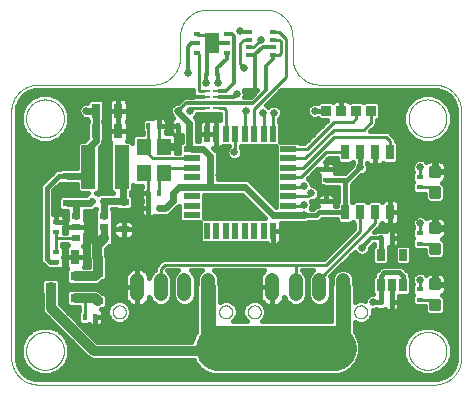
<source format=gtl>
G75*
%MOIN*%
%OFA0B0*%
%FSLAX25Y25*%
%IPPOS*%
%LPD*%
%AMOC8*
5,1,8,0,0,1.08239X$1,22.5*
%
%ADD10C,0.00000*%
%ADD11R,0.01575X0.02362*%
%ADD12R,0.02756X0.05118*%
%ADD13R,0.03268X0.02480*%
%ADD14R,0.04724X0.14567*%
%ADD15R,0.02362X0.01575*%
%ADD16R,0.05709X0.01969*%
%ADD17R,0.01969X0.05709*%
%ADD18R,0.02500X0.05000*%
%ADD19R,0.03150X0.02480*%
%ADD20R,0.03200X0.03500*%
%ADD21R,0.04724X0.05512*%
%ADD22R,0.03543X0.03150*%
%ADD23C,0.04756*%
%ADD24C,0.01181*%
%ADD25R,0.02165X0.01575*%
%ADD26R,0.04921X0.06693*%
%ADD27R,0.01969X0.01378*%
%ADD28R,0.02717X0.03898*%
%ADD29R,0.03937X0.00984*%
%ADD30C,0.02400*%
%ADD31C,0.03200*%
%ADD32C,0.01600*%
%ADD33C,0.01000*%
%ADD34C,0.02500*%
%ADD35C,0.01200*%
%ADD36C,0.02578*%
%ADD37C,0.05000*%
%ADD38C,0.15000*%
D10*
X0014550Y0006924D02*
X0146550Y0006924D01*
X0146767Y0006927D01*
X0146985Y0006935D01*
X0147202Y0006948D01*
X0147419Y0006966D01*
X0147635Y0006990D01*
X0147850Y0007018D01*
X0148065Y0007052D01*
X0148279Y0007092D01*
X0148492Y0007136D01*
X0148704Y0007186D01*
X0148914Y0007240D01*
X0149124Y0007300D01*
X0149331Y0007364D01*
X0149537Y0007434D01*
X0149741Y0007509D01*
X0149944Y0007588D01*
X0150144Y0007673D01*
X0150343Y0007762D01*
X0150539Y0007856D01*
X0150733Y0007955D01*
X0150924Y0008058D01*
X0151113Y0008166D01*
X0151299Y0008279D01*
X0151482Y0008396D01*
X0151663Y0008517D01*
X0151840Y0008643D01*
X0152014Y0008773D01*
X0152186Y0008907D01*
X0152354Y0009045D01*
X0152518Y0009187D01*
X0152679Y0009334D01*
X0152837Y0009484D01*
X0152990Y0009637D01*
X0153140Y0009795D01*
X0153287Y0009956D01*
X0153429Y0010120D01*
X0153567Y0010288D01*
X0153701Y0010460D01*
X0153831Y0010634D01*
X0153957Y0010811D01*
X0154078Y0010992D01*
X0154195Y0011175D01*
X0154308Y0011361D01*
X0154416Y0011550D01*
X0154519Y0011741D01*
X0154618Y0011935D01*
X0154712Y0012131D01*
X0154801Y0012330D01*
X0154886Y0012530D01*
X0154965Y0012733D01*
X0155040Y0012937D01*
X0155110Y0013143D01*
X0155174Y0013350D01*
X0155234Y0013560D01*
X0155288Y0013770D01*
X0155338Y0013982D01*
X0155382Y0014195D01*
X0155422Y0014409D01*
X0155456Y0014624D01*
X0155484Y0014839D01*
X0155508Y0015055D01*
X0155526Y0015272D01*
X0155539Y0015489D01*
X0155547Y0015707D01*
X0155550Y0015924D01*
X0155550Y0097924D01*
X0155547Y0098141D01*
X0155539Y0098359D01*
X0155526Y0098576D01*
X0155508Y0098793D01*
X0155484Y0099009D01*
X0155456Y0099224D01*
X0155422Y0099439D01*
X0155382Y0099653D01*
X0155338Y0099866D01*
X0155288Y0100078D01*
X0155234Y0100288D01*
X0155174Y0100498D01*
X0155110Y0100705D01*
X0155040Y0100911D01*
X0154965Y0101115D01*
X0154886Y0101318D01*
X0154801Y0101518D01*
X0154712Y0101717D01*
X0154618Y0101913D01*
X0154519Y0102107D01*
X0154416Y0102298D01*
X0154308Y0102487D01*
X0154195Y0102673D01*
X0154078Y0102856D01*
X0153957Y0103037D01*
X0153831Y0103214D01*
X0153701Y0103388D01*
X0153567Y0103560D01*
X0153429Y0103728D01*
X0153287Y0103892D01*
X0153140Y0104053D01*
X0152990Y0104211D01*
X0152837Y0104364D01*
X0152679Y0104514D01*
X0152518Y0104661D01*
X0152354Y0104803D01*
X0152186Y0104941D01*
X0152014Y0105075D01*
X0151840Y0105205D01*
X0151663Y0105331D01*
X0151482Y0105452D01*
X0151299Y0105569D01*
X0151113Y0105682D01*
X0150924Y0105790D01*
X0150733Y0105893D01*
X0150539Y0105992D01*
X0150343Y0106086D01*
X0150144Y0106175D01*
X0149944Y0106260D01*
X0149741Y0106339D01*
X0149537Y0106414D01*
X0149331Y0106484D01*
X0149124Y0106548D01*
X0148914Y0106608D01*
X0148704Y0106662D01*
X0148492Y0106712D01*
X0148279Y0106756D01*
X0148065Y0106796D01*
X0147850Y0106830D01*
X0147635Y0106858D01*
X0147419Y0106882D01*
X0147202Y0106900D01*
X0146985Y0106913D01*
X0146767Y0106921D01*
X0146550Y0106924D01*
X0108300Y0106924D01*
X0108083Y0106927D01*
X0107865Y0106935D01*
X0107648Y0106948D01*
X0107431Y0106966D01*
X0107215Y0106990D01*
X0107000Y0107018D01*
X0106785Y0107052D01*
X0106571Y0107092D01*
X0106358Y0107136D01*
X0106146Y0107186D01*
X0105936Y0107240D01*
X0105726Y0107300D01*
X0105519Y0107364D01*
X0105313Y0107434D01*
X0105109Y0107509D01*
X0104906Y0107588D01*
X0104706Y0107673D01*
X0104507Y0107762D01*
X0104311Y0107856D01*
X0104117Y0107955D01*
X0103926Y0108058D01*
X0103737Y0108166D01*
X0103551Y0108279D01*
X0103368Y0108396D01*
X0103187Y0108517D01*
X0103010Y0108643D01*
X0102836Y0108773D01*
X0102664Y0108907D01*
X0102496Y0109045D01*
X0102332Y0109187D01*
X0102171Y0109334D01*
X0102013Y0109484D01*
X0101860Y0109637D01*
X0101710Y0109795D01*
X0101563Y0109956D01*
X0101421Y0110120D01*
X0101283Y0110288D01*
X0101149Y0110460D01*
X0101019Y0110634D01*
X0100893Y0110811D01*
X0100772Y0110992D01*
X0100655Y0111175D01*
X0100542Y0111361D01*
X0100434Y0111550D01*
X0100331Y0111741D01*
X0100232Y0111935D01*
X0100138Y0112131D01*
X0100049Y0112330D01*
X0099964Y0112530D01*
X0099885Y0112733D01*
X0099810Y0112937D01*
X0099740Y0113143D01*
X0099676Y0113350D01*
X0099616Y0113560D01*
X0099562Y0113770D01*
X0099512Y0113982D01*
X0099468Y0114195D01*
X0099428Y0114409D01*
X0099394Y0114624D01*
X0099366Y0114839D01*
X0099342Y0115055D01*
X0099324Y0115272D01*
X0099311Y0115489D01*
X0099303Y0115707D01*
X0099300Y0115924D01*
X0099300Y0122924D01*
X0099297Y0123141D01*
X0099289Y0123359D01*
X0099276Y0123576D01*
X0099258Y0123793D01*
X0099234Y0124009D01*
X0099206Y0124224D01*
X0099172Y0124439D01*
X0099132Y0124653D01*
X0099088Y0124866D01*
X0099038Y0125078D01*
X0098984Y0125288D01*
X0098924Y0125498D01*
X0098860Y0125705D01*
X0098790Y0125911D01*
X0098715Y0126115D01*
X0098636Y0126318D01*
X0098551Y0126518D01*
X0098462Y0126717D01*
X0098368Y0126913D01*
X0098269Y0127107D01*
X0098166Y0127298D01*
X0098058Y0127487D01*
X0097945Y0127673D01*
X0097828Y0127856D01*
X0097707Y0128037D01*
X0097581Y0128214D01*
X0097451Y0128388D01*
X0097317Y0128560D01*
X0097179Y0128728D01*
X0097037Y0128892D01*
X0096890Y0129053D01*
X0096740Y0129211D01*
X0096587Y0129364D01*
X0096429Y0129514D01*
X0096268Y0129661D01*
X0096104Y0129803D01*
X0095936Y0129941D01*
X0095764Y0130075D01*
X0095590Y0130205D01*
X0095413Y0130331D01*
X0095232Y0130452D01*
X0095049Y0130569D01*
X0094863Y0130682D01*
X0094674Y0130790D01*
X0094483Y0130893D01*
X0094289Y0130992D01*
X0094093Y0131086D01*
X0093894Y0131175D01*
X0093694Y0131260D01*
X0093491Y0131339D01*
X0093287Y0131414D01*
X0093081Y0131484D01*
X0092874Y0131548D01*
X0092664Y0131608D01*
X0092454Y0131662D01*
X0092242Y0131712D01*
X0092029Y0131756D01*
X0091815Y0131796D01*
X0091600Y0131830D01*
X0091385Y0131858D01*
X0091169Y0131882D01*
X0090952Y0131900D01*
X0090735Y0131913D01*
X0090517Y0131921D01*
X0090300Y0131924D01*
X0070800Y0131924D01*
X0070583Y0131921D01*
X0070365Y0131913D01*
X0070148Y0131900D01*
X0069931Y0131882D01*
X0069715Y0131858D01*
X0069500Y0131830D01*
X0069285Y0131796D01*
X0069071Y0131756D01*
X0068858Y0131712D01*
X0068646Y0131662D01*
X0068436Y0131608D01*
X0068226Y0131548D01*
X0068019Y0131484D01*
X0067813Y0131414D01*
X0067609Y0131339D01*
X0067406Y0131260D01*
X0067206Y0131175D01*
X0067007Y0131086D01*
X0066811Y0130992D01*
X0066617Y0130893D01*
X0066426Y0130790D01*
X0066237Y0130682D01*
X0066051Y0130569D01*
X0065868Y0130452D01*
X0065687Y0130331D01*
X0065510Y0130205D01*
X0065336Y0130075D01*
X0065164Y0129941D01*
X0064996Y0129803D01*
X0064832Y0129661D01*
X0064671Y0129514D01*
X0064513Y0129364D01*
X0064360Y0129211D01*
X0064210Y0129053D01*
X0064063Y0128892D01*
X0063921Y0128728D01*
X0063783Y0128560D01*
X0063649Y0128388D01*
X0063519Y0128214D01*
X0063393Y0128037D01*
X0063272Y0127856D01*
X0063155Y0127673D01*
X0063042Y0127487D01*
X0062934Y0127298D01*
X0062831Y0127107D01*
X0062732Y0126913D01*
X0062638Y0126717D01*
X0062549Y0126518D01*
X0062464Y0126318D01*
X0062385Y0126115D01*
X0062310Y0125911D01*
X0062240Y0125705D01*
X0062176Y0125498D01*
X0062116Y0125288D01*
X0062062Y0125078D01*
X0062012Y0124866D01*
X0061968Y0124653D01*
X0061928Y0124439D01*
X0061894Y0124224D01*
X0061866Y0124009D01*
X0061842Y0123793D01*
X0061824Y0123576D01*
X0061811Y0123359D01*
X0061803Y0123141D01*
X0061800Y0122924D01*
X0061800Y0115924D01*
X0061797Y0115707D01*
X0061789Y0115489D01*
X0061776Y0115272D01*
X0061758Y0115055D01*
X0061734Y0114839D01*
X0061706Y0114624D01*
X0061672Y0114409D01*
X0061632Y0114195D01*
X0061588Y0113982D01*
X0061538Y0113770D01*
X0061484Y0113560D01*
X0061424Y0113350D01*
X0061360Y0113143D01*
X0061290Y0112937D01*
X0061215Y0112733D01*
X0061136Y0112530D01*
X0061051Y0112330D01*
X0060962Y0112131D01*
X0060868Y0111935D01*
X0060769Y0111741D01*
X0060666Y0111550D01*
X0060558Y0111361D01*
X0060445Y0111175D01*
X0060328Y0110992D01*
X0060207Y0110811D01*
X0060081Y0110634D01*
X0059951Y0110460D01*
X0059817Y0110288D01*
X0059679Y0110120D01*
X0059537Y0109956D01*
X0059390Y0109795D01*
X0059240Y0109637D01*
X0059087Y0109484D01*
X0058929Y0109334D01*
X0058768Y0109187D01*
X0058604Y0109045D01*
X0058436Y0108907D01*
X0058264Y0108773D01*
X0058090Y0108643D01*
X0057913Y0108517D01*
X0057732Y0108396D01*
X0057549Y0108279D01*
X0057363Y0108166D01*
X0057174Y0108058D01*
X0056983Y0107955D01*
X0056789Y0107856D01*
X0056593Y0107762D01*
X0056394Y0107673D01*
X0056194Y0107588D01*
X0055991Y0107509D01*
X0055787Y0107434D01*
X0055581Y0107364D01*
X0055374Y0107300D01*
X0055164Y0107240D01*
X0054954Y0107186D01*
X0054742Y0107136D01*
X0054529Y0107092D01*
X0054315Y0107052D01*
X0054100Y0107018D01*
X0053885Y0106990D01*
X0053669Y0106966D01*
X0053452Y0106948D01*
X0053235Y0106935D01*
X0053017Y0106927D01*
X0052800Y0106924D01*
X0014550Y0106924D01*
X0014333Y0106921D01*
X0014115Y0106913D01*
X0013898Y0106900D01*
X0013681Y0106882D01*
X0013465Y0106858D01*
X0013250Y0106830D01*
X0013035Y0106796D01*
X0012821Y0106756D01*
X0012608Y0106712D01*
X0012396Y0106662D01*
X0012186Y0106608D01*
X0011976Y0106548D01*
X0011769Y0106484D01*
X0011563Y0106414D01*
X0011359Y0106339D01*
X0011156Y0106260D01*
X0010956Y0106175D01*
X0010757Y0106086D01*
X0010561Y0105992D01*
X0010367Y0105893D01*
X0010176Y0105790D01*
X0009987Y0105682D01*
X0009801Y0105569D01*
X0009618Y0105452D01*
X0009437Y0105331D01*
X0009260Y0105205D01*
X0009086Y0105075D01*
X0008914Y0104941D01*
X0008746Y0104803D01*
X0008582Y0104661D01*
X0008421Y0104514D01*
X0008263Y0104364D01*
X0008110Y0104211D01*
X0007960Y0104053D01*
X0007813Y0103892D01*
X0007671Y0103728D01*
X0007533Y0103560D01*
X0007399Y0103388D01*
X0007269Y0103214D01*
X0007143Y0103037D01*
X0007022Y0102856D01*
X0006905Y0102673D01*
X0006792Y0102487D01*
X0006684Y0102298D01*
X0006581Y0102107D01*
X0006482Y0101913D01*
X0006388Y0101717D01*
X0006299Y0101518D01*
X0006214Y0101318D01*
X0006135Y0101115D01*
X0006060Y0100911D01*
X0005990Y0100705D01*
X0005926Y0100498D01*
X0005866Y0100288D01*
X0005812Y0100078D01*
X0005762Y0099866D01*
X0005718Y0099653D01*
X0005678Y0099439D01*
X0005644Y0099224D01*
X0005616Y0099009D01*
X0005592Y0098793D01*
X0005574Y0098576D01*
X0005561Y0098359D01*
X0005553Y0098141D01*
X0005550Y0097924D01*
X0005550Y0015924D01*
X0005553Y0015707D01*
X0005561Y0015489D01*
X0005574Y0015272D01*
X0005592Y0015055D01*
X0005616Y0014839D01*
X0005644Y0014624D01*
X0005678Y0014409D01*
X0005718Y0014195D01*
X0005762Y0013982D01*
X0005812Y0013770D01*
X0005866Y0013560D01*
X0005926Y0013350D01*
X0005990Y0013143D01*
X0006060Y0012937D01*
X0006135Y0012733D01*
X0006214Y0012530D01*
X0006299Y0012330D01*
X0006388Y0012131D01*
X0006482Y0011935D01*
X0006581Y0011741D01*
X0006684Y0011550D01*
X0006792Y0011361D01*
X0006905Y0011175D01*
X0007022Y0010992D01*
X0007143Y0010811D01*
X0007269Y0010634D01*
X0007399Y0010460D01*
X0007533Y0010288D01*
X0007671Y0010120D01*
X0007813Y0009956D01*
X0007960Y0009795D01*
X0008110Y0009637D01*
X0008263Y0009484D01*
X0008421Y0009334D01*
X0008582Y0009187D01*
X0008746Y0009045D01*
X0008914Y0008907D01*
X0009086Y0008773D01*
X0009260Y0008643D01*
X0009437Y0008517D01*
X0009618Y0008396D01*
X0009801Y0008279D01*
X0009987Y0008166D01*
X0010176Y0008058D01*
X0010367Y0007955D01*
X0010561Y0007856D01*
X0010757Y0007762D01*
X0010956Y0007673D01*
X0011156Y0007588D01*
X0011359Y0007509D01*
X0011563Y0007434D01*
X0011769Y0007364D01*
X0011976Y0007300D01*
X0012186Y0007240D01*
X0012396Y0007186D01*
X0012608Y0007136D01*
X0012821Y0007092D01*
X0013035Y0007052D01*
X0013250Y0007018D01*
X0013465Y0006990D01*
X0013681Y0006966D01*
X0013898Y0006948D01*
X0014115Y0006935D01*
X0014333Y0006927D01*
X0014550Y0006924D01*
X0010501Y0018174D02*
X0010503Y0018332D01*
X0010509Y0018490D01*
X0010519Y0018648D01*
X0010533Y0018806D01*
X0010551Y0018963D01*
X0010572Y0019120D01*
X0010598Y0019276D01*
X0010628Y0019432D01*
X0010661Y0019587D01*
X0010699Y0019740D01*
X0010740Y0019893D01*
X0010785Y0020045D01*
X0010834Y0020196D01*
X0010887Y0020345D01*
X0010943Y0020493D01*
X0011003Y0020639D01*
X0011067Y0020784D01*
X0011135Y0020927D01*
X0011206Y0021069D01*
X0011280Y0021209D01*
X0011358Y0021346D01*
X0011440Y0021482D01*
X0011524Y0021616D01*
X0011613Y0021747D01*
X0011704Y0021876D01*
X0011799Y0022003D01*
X0011896Y0022128D01*
X0011997Y0022250D01*
X0012101Y0022369D01*
X0012208Y0022486D01*
X0012318Y0022600D01*
X0012431Y0022711D01*
X0012546Y0022820D01*
X0012664Y0022925D01*
X0012785Y0023027D01*
X0012908Y0023127D01*
X0013034Y0023223D01*
X0013162Y0023316D01*
X0013292Y0023406D01*
X0013425Y0023492D01*
X0013560Y0023576D01*
X0013696Y0023655D01*
X0013835Y0023732D01*
X0013976Y0023804D01*
X0014118Y0023874D01*
X0014262Y0023939D01*
X0014408Y0024001D01*
X0014555Y0024059D01*
X0014704Y0024114D01*
X0014854Y0024165D01*
X0015005Y0024212D01*
X0015157Y0024255D01*
X0015310Y0024294D01*
X0015465Y0024330D01*
X0015620Y0024361D01*
X0015776Y0024389D01*
X0015932Y0024413D01*
X0016089Y0024433D01*
X0016247Y0024449D01*
X0016404Y0024461D01*
X0016563Y0024469D01*
X0016721Y0024473D01*
X0016879Y0024473D01*
X0017037Y0024469D01*
X0017196Y0024461D01*
X0017353Y0024449D01*
X0017511Y0024433D01*
X0017668Y0024413D01*
X0017824Y0024389D01*
X0017980Y0024361D01*
X0018135Y0024330D01*
X0018290Y0024294D01*
X0018443Y0024255D01*
X0018595Y0024212D01*
X0018746Y0024165D01*
X0018896Y0024114D01*
X0019045Y0024059D01*
X0019192Y0024001D01*
X0019338Y0023939D01*
X0019482Y0023874D01*
X0019624Y0023804D01*
X0019765Y0023732D01*
X0019904Y0023655D01*
X0020040Y0023576D01*
X0020175Y0023492D01*
X0020308Y0023406D01*
X0020438Y0023316D01*
X0020566Y0023223D01*
X0020692Y0023127D01*
X0020815Y0023027D01*
X0020936Y0022925D01*
X0021054Y0022820D01*
X0021169Y0022711D01*
X0021282Y0022600D01*
X0021392Y0022486D01*
X0021499Y0022369D01*
X0021603Y0022250D01*
X0021704Y0022128D01*
X0021801Y0022003D01*
X0021896Y0021876D01*
X0021987Y0021747D01*
X0022076Y0021616D01*
X0022160Y0021482D01*
X0022242Y0021346D01*
X0022320Y0021209D01*
X0022394Y0021069D01*
X0022465Y0020927D01*
X0022533Y0020784D01*
X0022597Y0020639D01*
X0022657Y0020493D01*
X0022713Y0020345D01*
X0022766Y0020196D01*
X0022815Y0020045D01*
X0022860Y0019893D01*
X0022901Y0019740D01*
X0022939Y0019587D01*
X0022972Y0019432D01*
X0023002Y0019276D01*
X0023028Y0019120D01*
X0023049Y0018963D01*
X0023067Y0018806D01*
X0023081Y0018648D01*
X0023091Y0018490D01*
X0023097Y0018332D01*
X0023099Y0018174D01*
X0023097Y0018016D01*
X0023091Y0017858D01*
X0023081Y0017700D01*
X0023067Y0017542D01*
X0023049Y0017385D01*
X0023028Y0017228D01*
X0023002Y0017072D01*
X0022972Y0016916D01*
X0022939Y0016761D01*
X0022901Y0016608D01*
X0022860Y0016455D01*
X0022815Y0016303D01*
X0022766Y0016152D01*
X0022713Y0016003D01*
X0022657Y0015855D01*
X0022597Y0015709D01*
X0022533Y0015564D01*
X0022465Y0015421D01*
X0022394Y0015279D01*
X0022320Y0015139D01*
X0022242Y0015002D01*
X0022160Y0014866D01*
X0022076Y0014732D01*
X0021987Y0014601D01*
X0021896Y0014472D01*
X0021801Y0014345D01*
X0021704Y0014220D01*
X0021603Y0014098D01*
X0021499Y0013979D01*
X0021392Y0013862D01*
X0021282Y0013748D01*
X0021169Y0013637D01*
X0021054Y0013528D01*
X0020936Y0013423D01*
X0020815Y0013321D01*
X0020692Y0013221D01*
X0020566Y0013125D01*
X0020438Y0013032D01*
X0020308Y0012942D01*
X0020175Y0012856D01*
X0020040Y0012772D01*
X0019904Y0012693D01*
X0019765Y0012616D01*
X0019624Y0012544D01*
X0019482Y0012474D01*
X0019338Y0012409D01*
X0019192Y0012347D01*
X0019045Y0012289D01*
X0018896Y0012234D01*
X0018746Y0012183D01*
X0018595Y0012136D01*
X0018443Y0012093D01*
X0018290Y0012054D01*
X0018135Y0012018D01*
X0017980Y0011987D01*
X0017824Y0011959D01*
X0017668Y0011935D01*
X0017511Y0011915D01*
X0017353Y0011899D01*
X0017196Y0011887D01*
X0017037Y0011879D01*
X0016879Y0011875D01*
X0016721Y0011875D01*
X0016563Y0011879D01*
X0016404Y0011887D01*
X0016247Y0011899D01*
X0016089Y0011915D01*
X0015932Y0011935D01*
X0015776Y0011959D01*
X0015620Y0011987D01*
X0015465Y0012018D01*
X0015310Y0012054D01*
X0015157Y0012093D01*
X0015005Y0012136D01*
X0014854Y0012183D01*
X0014704Y0012234D01*
X0014555Y0012289D01*
X0014408Y0012347D01*
X0014262Y0012409D01*
X0014118Y0012474D01*
X0013976Y0012544D01*
X0013835Y0012616D01*
X0013696Y0012693D01*
X0013560Y0012772D01*
X0013425Y0012856D01*
X0013292Y0012942D01*
X0013162Y0013032D01*
X0013034Y0013125D01*
X0012908Y0013221D01*
X0012785Y0013321D01*
X0012664Y0013423D01*
X0012546Y0013528D01*
X0012431Y0013637D01*
X0012318Y0013748D01*
X0012208Y0013862D01*
X0012101Y0013979D01*
X0011997Y0014098D01*
X0011896Y0014220D01*
X0011799Y0014345D01*
X0011704Y0014472D01*
X0011613Y0014601D01*
X0011524Y0014732D01*
X0011440Y0014866D01*
X0011358Y0015002D01*
X0011280Y0015139D01*
X0011206Y0015279D01*
X0011135Y0015421D01*
X0011067Y0015564D01*
X0011003Y0015709D01*
X0010943Y0015855D01*
X0010887Y0016003D01*
X0010834Y0016152D01*
X0010785Y0016303D01*
X0010740Y0016455D01*
X0010699Y0016608D01*
X0010661Y0016761D01*
X0010628Y0016916D01*
X0010598Y0017072D01*
X0010572Y0017228D01*
X0010551Y0017385D01*
X0010533Y0017542D01*
X0010519Y0017700D01*
X0010509Y0017858D01*
X0010503Y0018016D01*
X0010501Y0018174D01*
X0039418Y0031156D02*
X0039420Y0031249D01*
X0039426Y0031341D01*
X0039436Y0031433D01*
X0039450Y0031524D01*
X0039467Y0031615D01*
X0039489Y0031705D01*
X0039514Y0031794D01*
X0039543Y0031882D01*
X0039576Y0031968D01*
X0039613Y0032053D01*
X0039653Y0032137D01*
X0039697Y0032218D01*
X0039744Y0032298D01*
X0039794Y0032376D01*
X0039848Y0032451D01*
X0039905Y0032524D01*
X0039965Y0032594D01*
X0040028Y0032662D01*
X0040094Y0032727D01*
X0040162Y0032789D01*
X0040233Y0032849D01*
X0040307Y0032905D01*
X0040383Y0032958D01*
X0040461Y0033007D01*
X0040541Y0033054D01*
X0040623Y0033096D01*
X0040707Y0033136D01*
X0040792Y0033171D01*
X0040879Y0033203D01*
X0040967Y0033232D01*
X0041056Y0033256D01*
X0041146Y0033277D01*
X0041237Y0033293D01*
X0041329Y0033306D01*
X0041421Y0033315D01*
X0041514Y0033320D01*
X0041606Y0033321D01*
X0041699Y0033318D01*
X0041791Y0033311D01*
X0041883Y0033300D01*
X0041974Y0033285D01*
X0042065Y0033267D01*
X0042155Y0033244D01*
X0042243Y0033218D01*
X0042331Y0033188D01*
X0042417Y0033154D01*
X0042501Y0033117D01*
X0042584Y0033075D01*
X0042665Y0033031D01*
X0042745Y0032983D01*
X0042822Y0032932D01*
X0042896Y0032877D01*
X0042969Y0032819D01*
X0043039Y0032759D01*
X0043106Y0032695D01*
X0043170Y0032629D01*
X0043232Y0032559D01*
X0043290Y0032488D01*
X0043345Y0032414D01*
X0043397Y0032337D01*
X0043446Y0032258D01*
X0043492Y0032178D01*
X0043534Y0032095D01*
X0043572Y0032011D01*
X0043607Y0031925D01*
X0043638Y0031838D01*
X0043665Y0031750D01*
X0043688Y0031660D01*
X0043708Y0031570D01*
X0043724Y0031479D01*
X0043736Y0031387D01*
X0043744Y0031295D01*
X0043748Y0031202D01*
X0043748Y0031110D01*
X0043744Y0031017D01*
X0043736Y0030925D01*
X0043724Y0030833D01*
X0043708Y0030742D01*
X0043688Y0030652D01*
X0043665Y0030562D01*
X0043638Y0030474D01*
X0043607Y0030387D01*
X0043572Y0030301D01*
X0043534Y0030217D01*
X0043492Y0030134D01*
X0043446Y0030054D01*
X0043397Y0029975D01*
X0043345Y0029898D01*
X0043290Y0029824D01*
X0043232Y0029753D01*
X0043170Y0029683D01*
X0043106Y0029617D01*
X0043039Y0029553D01*
X0042969Y0029493D01*
X0042896Y0029435D01*
X0042822Y0029380D01*
X0042745Y0029329D01*
X0042666Y0029281D01*
X0042584Y0029237D01*
X0042501Y0029195D01*
X0042417Y0029158D01*
X0042331Y0029124D01*
X0042243Y0029094D01*
X0042155Y0029068D01*
X0042065Y0029045D01*
X0041974Y0029027D01*
X0041883Y0029012D01*
X0041791Y0029001D01*
X0041699Y0028994D01*
X0041606Y0028991D01*
X0041514Y0028992D01*
X0041421Y0028997D01*
X0041329Y0029006D01*
X0041237Y0029019D01*
X0041146Y0029035D01*
X0041056Y0029056D01*
X0040967Y0029080D01*
X0040879Y0029109D01*
X0040792Y0029141D01*
X0040707Y0029176D01*
X0040623Y0029216D01*
X0040541Y0029258D01*
X0040461Y0029305D01*
X0040383Y0029354D01*
X0040307Y0029407D01*
X0040233Y0029463D01*
X0040162Y0029523D01*
X0040094Y0029585D01*
X0040028Y0029650D01*
X0039965Y0029718D01*
X0039905Y0029788D01*
X0039848Y0029861D01*
X0039794Y0029936D01*
X0039744Y0030014D01*
X0039697Y0030094D01*
X0039653Y0030175D01*
X0039613Y0030259D01*
X0039576Y0030344D01*
X0039543Y0030430D01*
X0039514Y0030518D01*
X0039489Y0030607D01*
X0039467Y0030697D01*
X0039450Y0030788D01*
X0039436Y0030879D01*
X0039426Y0030971D01*
X0039420Y0031063D01*
X0039418Y0031156D01*
X0074852Y0031156D02*
X0074854Y0031249D01*
X0074860Y0031341D01*
X0074870Y0031433D01*
X0074884Y0031524D01*
X0074901Y0031615D01*
X0074923Y0031705D01*
X0074948Y0031794D01*
X0074977Y0031882D01*
X0075010Y0031968D01*
X0075047Y0032053D01*
X0075087Y0032137D01*
X0075131Y0032218D01*
X0075178Y0032298D01*
X0075228Y0032376D01*
X0075282Y0032451D01*
X0075339Y0032524D01*
X0075399Y0032594D01*
X0075462Y0032662D01*
X0075528Y0032727D01*
X0075596Y0032789D01*
X0075667Y0032849D01*
X0075741Y0032905D01*
X0075817Y0032958D01*
X0075895Y0033007D01*
X0075975Y0033054D01*
X0076057Y0033096D01*
X0076141Y0033136D01*
X0076226Y0033171D01*
X0076313Y0033203D01*
X0076401Y0033232D01*
X0076490Y0033256D01*
X0076580Y0033277D01*
X0076671Y0033293D01*
X0076763Y0033306D01*
X0076855Y0033315D01*
X0076948Y0033320D01*
X0077040Y0033321D01*
X0077133Y0033318D01*
X0077225Y0033311D01*
X0077317Y0033300D01*
X0077408Y0033285D01*
X0077499Y0033267D01*
X0077589Y0033244D01*
X0077677Y0033218D01*
X0077765Y0033188D01*
X0077851Y0033154D01*
X0077935Y0033117D01*
X0078018Y0033075D01*
X0078099Y0033031D01*
X0078179Y0032983D01*
X0078256Y0032932D01*
X0078330Y0032877D01*
X0078403Y0032819D01*
X0078473Y0032759D01*
X0078540Y0032695D01*
X0078604Y0032629D01*
X0078666Y0032559D01*
X0078724Y0032488D01*
X0078779Y0032414D01*
X0078831Y0032337D01*
X0078880Y0032258D01*
X0078926Y0032178D01*
X0078968Y0032095D01*
X0079006Y0032011D01*
X0079041Y0031925D01*
X0079072Y0031838D01*
X0079099Y0031750D01*
X0079122Y0031660D01*
X0079142Y0031570D01*
X0079158Y0031479D01*
X0079170Y0031387D01*
X0079178Y0031295D01*
X0079182Y0031202D01*
X0079182Y0031110D01*
X0079178Y0031017D01*
X0079170Y0030925D01*
X0079158Y0030833D01*
X0079142Y0030742D01*
X0079122Y0030652D01*
X0079099Y0030562D01*
X0079072Y0030474D01*
X0079041Y0030387D01*
X0079006Y0030301D01*
X0078968Y0030217D01*
X0078926Y0030134D01*
X0078880Y0030054D01*
X0078831Y0029975D01*
X0078779Y0029898D01*
X0078724Y0029824D01*
X0078666Y0029753D01*
X0078604Y0029683D01*
X0078540Y0029617D01*
X0078473Y0029553D01*
X0078403Y0029493D01*
X0078330Y0029435D01*
X0078256Y0029380D01*
X0078179Y0029329D01*
X0078100Y0029281D01*
X0078018Y0029237D01*
X0077935Y0029195D01*
X0077851Y0029158D01*
X0077765Y0029124D01*
X0077677Y0029094D01*
X0077589Y0029068D01*
X0077499Y0029045D01*
X0077408Y0029027D01*
X0077317Y0029012D01*
X0077225Y0029001D01*
X0077133Y0028994D01*
X0077040Y0028991D01*
X0076948Y0028992D01*
X0076855Y0028997D01*
X0076763Y0029006D01*
X0076671Y0029019D01*
X0076580Y0029035D01*
X0076490Y0029056D01*
X0076401Y0029080D01*
X0076313Y0029109D01*
X0076226Y0029141D01*
X0076141Y0029176D01*
X0076057Y0029216D01*
X0075975Y0029258D01*
X0075895Y0029305D01*
X0075817Y0029354D01*
X0075741Y0029407D01*
X0075667Y0029463D01*
X0075596Y0029523D01*
X0075528Y0029585D01*
X0075462Y0029650D01*
X0075399Y0029718D01*
X0075339Y0029788D01*
X0075282Y0029861D01*
X0075228Y0029936D01*
X0075178Y0030014D01*
X0075131Y0030094D01*
X0075087Y0030175D01*
X0075047Y0030259D01*
X0075010Y0030344D01*
X0074977Y0030430D01*
X0074948Y0030518D01*
X0074923Y0030607D01*
X0074901Y0030697D01*
X0074884Y0030788D01*
X0074870Y0030879D01*
X0074860Y0030971D01*
X0074854Y0031063D01*
X0074852Y0031156D01*
X0084418Y0031156D02*
X0084420Y0031249D01*
X0084426Y0031341D01*
X0084436Y0031433D01*
X0084450Y0031524D01*
X0084467Y0031615D01*
X0084489Y0031705D01*
X0084514Y0031794D01*
X0084543Y0031882D01*
X0084576Y0031968D01*
X0084613Y0032053D01*
X0084653Y0032137D01*
X0084697Y0032218D01*
X0084744Y0032298D01*
X0084794Y0032376D01*
X0084848Y0032451D01*
X0084905Y0032524D01*
X0084965Y0032594D01*
X0085028Y0032662D01*
X0085094Y0032727D01*
X0085162Y0032789D01*
X0085233Y0032849D01*
X0085307Y0032905D01*
X0085383Y0032958D01*
X0085461Y0033007D01*
X0085541Y0033054D01*
X0085623Y0033096D01*
X0085707Y0033136D01*
X0085792Y0033171D01*
X0085879Y0033203D01*
X0085967Y0033232D01*
X0086056Y0033256D01*
X0086146Y0033277D01*
X0086237Y0033293D01*
X0086329Y0033306D01*
X0086421Y0033315D01*
X0086514Y0033320D01*
X0086606Y0033321D01*
X0086699Y0033318D01*
X0086791Y0033311D01*
X0086883Y0033300D01*
X0086974Y0033285D01*
X0087065Y0033267D01*
X0087155Y0033244D01*
X0087243Y0033218D01*
X0087331Y0033188D01*
X0087417Y0033154D01*
X0087501Y0033117D01*
X0087584Y0033075D01*
X0087665Y0033031D01*
X0087745Y0032983D01*
X0087822Y0032932D01*
X0087896Y0032877D01*
X0087969Y0032819D01*
X0088039Y0032759D01*
X0088106Y0032695D01*
X0088170Y0032629D01*
X0088232Y0032559D01*
X0088290Y0032488D01*
X0088345Y0032414D01*
X0088397Y0032337D01*
X0088446Y0032258D01*
X0088492Y0032178D01*
X0088534Y0032095D01*
X0088572Y0032011D01*
X0088607Y0031925D01*
X0088638Y0031838D01*
X0088665Y0031750D01*
X0088688Y0031660D01*
X0088708Y0031570D01*
X0088724Y0031479D01*
X0088736Y0031387D01*
X0088744Y0031295D01*
X0088748Y0031202D01*
X0088748Y0031110D01*
X0088744Y0031017D01*
X0088736Y0030925D01*
X0088724Y0030833D01*
X0088708Y0030742D01*
X0088688Y0030652D01*
X0088665Y0030562D01*
X0088638Y0030474D01*
X0088607Y0030387D01*
X0088572Y0030301D01*
X0088534Y0030217D01*
X0088492Y0030134D01*
X0088446Y0030054D01*
X0088397Y0029975D01*
X0088345Y0029898D01*
X0088290Y0029824D01*
X0088232Y0029753D01*
X0088170Y0029683D01*
X0088106Y0029617D01*
X0088039Y0029553D01*
X0087969Y0029493D01*
X0087896Y0029435D01*
X0087822Y0029380D01*
X0087745Y0029329D01*
X0087666Y0029281D01*
X0087584Y0029237D01*
X0087501Y0029195D01*
X0087417Y0029158D01*
X0087331Y0029124D01*
X0087243Y0029094D01*
X0087155Y0029068D01*
X0087065Y0029045D01*
X0086974Y0029027D01*
X0086883Y0029012D01*
X0086791Y0029001D01*
X0086699Y0028994D01*
X0086606Y0028991D01*
X0086514Y0028992D01*
X0086421Y0028997D01*
X0086329Y0029006D01*
X0086237Y0029019D01*
X0086146Y0029035D01*
X0086056Y0029056D01*
X0085967Y0029080D01*
X0085879Y0029109D01*
X0085792Y0029141D01*
X0085707Y0029176D01*
X0085623Y0029216D01*
X0085541Y0029258D01*
X0085461Y0029305D01*
X0085383Y0029354D01*
X0085307Y0029407D01*
X0085233Y0029463D01*
X0085162Y0029523D01*
X0085094Y0029585D01*
X0085028Y0029650D01*
X0084965Y0029718D01*
X0084905Y0029788D01*
X0084848Y0029861D01*
X0084794Y0029936D01*
X0084744Y0030014D01*
X0084697Y0030094D01*
X0084653Y0030175D01*
X0084613Y0030259D01*
X0084576Y0030344D01*
X0084543Y0030430D01*
X0084514Y0030518D01*
X0084489Y0030607D01*
X0084467Y0030697D01*
X0084450Y0030788D01*
X0084436Y0030879D01*
X0084426Y0030971D01*
X0084420Y0031063D01*
X0084418Y0031156D01*
X0119852Y0031156D02*
X0119854Y0031249D01*
X0119860Y0031341D01*
X0119870Y0031433D01*
X0119884Y0031524D01*
X0119901Y0031615D01*
X0119923Y0031705D01*
X0119948Y0031794D01*
X0119977Y0031882D01*
X0120010Y0031968D01*
X0120047Y0032053D01*
X0120087Y0032137D01*
X0120131Y0032218D01*
X0120178Y0032298D01*
X0120228Y0032376D01*
X0120282Y0032451D01*
X0120339Y0032524D01*
X0120399Y0032594D01*
X0120462Y0032662D01*
X0120528Y0032727D01*
X0120596Y0032789D01*
X0120667Y0032849D01*
X0120741Y0032905D01*
X0120817Y0032958D01*
X0120895Y0033007D01*
X0120975Y0033054D01*
X0121057Y0033096D01*
X0121141Y0033136D01*
X0121226Y0033171D01*
X0121313Y0033203D01*
X0121401Y0033232D01*
X0121490Y0033256D01*
X0121580Y0033277D01*
X0121671Y0033293D01*
X0121763Y0033306D01*
X0121855Y0033315D01*
X0121948Y0033320D01*
X0122040Y0033321D01*
X0122133Y0033318D01*
X0122225Y0033311D01*
X0122317Y0033300D01*
X0122408Y0033285D01*
X0122499Y0033267D01*
X0122589Y0033244D01*
X0122677Y0033218D01*
X0122765Y0033188D01*
X0122851Y0033154D01*
X0122935Y0033117D01*
X0123018Y0033075D01*
X0123099Y0033031D01*
X0123179Y0032983D01*
X0123256Y0032932D01*
X0123330Y0032877D01*
X0123403Y0032819D01*
X0123473Y0032759D01*
X0123540Y0032695D01*
X0123604Y0032629D01*
X0123666Y0032559D01*
X0123724Y0032488D01*
X0123779Y0032414D01*
X0123831Y0032337D01*
X0123880Y0032258D01*
X0123926Y0032178D01*
X0123968Y0032095D01*
X0124006Y0032011D01*
X0124041Y0031925D01*
X0124072Y0031838D01*
X0124099Y0031750D01*
X0124122Y0031660D01*
X0124142Y0031570D01*
X0124158Y0031479D01*
X0124170Y0031387D01*
X0124178Y0031295D01*
X0124182Y0031202D01*
X0124182Y0031110D01*
X0124178Y0031017D01*
X0124170Y0030925D01*
X0124158Y0030833D01*
X0124142Y0030742D01*
X0124122Y0030652D01*
X0124099Y0030562D01*
X0124072Y0030474D01*
X0124041Y0030387D01*
X0124006Y0030301D01*
X0123968Y0030217D01*
X0123926Y0030134D01*
X0123880Y0030054D01*
X0123831Y0029975D01*
X0123779Y0029898D01*
X0123724Y0029824D01*
X0123666Y0029753D01*
X0123604Y0029683D01*
X0123540Y0029617D01*
X0123473Y0029553D01*
X0123403Y0029493D01*
X0123330Y0029435D01*
X0123256Y0029380D01*
X0123179Y0029329D01*
X0123100Y0029281D01*
X0123018Y0029237D01*
X0122935Y0029195D01*
X0122851Y0029158D01*
X0122765Y0029124D01*
X0122677Y0029094D01*
X0122589Y0029068D01*
X0122499Y0029045D01*
X0122408Y0029027D01*
X0122317Y0029012D01*
X0122225Y0029001D01*
X0122133Y0028994D01*
X0122040Y0028991D01*
X0121948Y0028992D01*
X0121855Y0028997D01*
X0121763Y0029006D01*
X0121671Y0029019D01*
X0121580Y0029035D01*
X0121490Y0029056D01*
X0121401Y0029080D01*
X0121313Y0029109D01*
X0121226Y0029141D01*
X0121141Y0029176D01*
X0121057Y0029216D01*
X0120975Y0029258D01*
X0120895Y0029305D01*
X0120817Y0029354D01*
X0120741Y0029407D01*
X0120667Y0029463D01*
X0120596Y0029523D01*
X0120528Y0029585D01*
X0120462Y0029650D01*
X0120399Y0029718D01*
X0120339Y0029788D01*
X0120282Y0029861D01*
X0120228Y0029936D01*
X0120178Y0030014D01*
X0120131Y0030094D01*
X0120087Y0030175D01*
X0120047Y0030259D01*
X0120010Y0030344D01*
X0119977Y0030430D01*
X0119948Y0030518D01*
X0119923Y0030607D01*
X0119901Y0030697D01*
X0119884Y0030788D01*
X0119870Y0030879D01*
X0119860Y0030971D01*
X0119854Y0031063D01*
X0119852Y0031156D01*
X0138001Y0018174D02*
X0138003Y0018332D01*
X0138009Y0018490D01*
X0138019Y0018648D01*
X0138033Y0018806D01*
X0138051Y0018963D01*
X0138072Y0019120D01*
X0138098Y0019276D01*
X0138128Y0019432D01*
X0138161Y0019587D01*
X0138199Y0019740D01*
X0138240Y0019893D01*
X0138285Y0020045D01*
X0138334Y0020196D01*
X0138387Y0020345D01*
X0138443Y0020493D01*
X0138503Y0020639D01*
X0138567Y0020784D01*
X0138635Y0020927D01*
X0138706Y0021069D01*
X0138780Y0021209D01*
X0138858Y0021346D01*
X0138940Y0021482D01*
X0139024Y0021616D01*
X0139113Y0021747D01*
X0139204Y0021876D01*
X0139299Y0022003D01*
X0139396Y0022128D01*
X0139497Y0022250D01*
X0139601Y0022369D01*
X0139708Y0022486D01*
X0139818Y0022600D01*
X0139931Y0022711D01*
X0140046Y0022820D01*
X0140164Y0022925D01*
X0140285Y0023027D01*
X0140408Y0023127D01*
X0140534Y0023223D01*
X0140662Y0023316D01*
X0140792Y0023406D01*
X0140925Y0023492D01*
X0141060Y0023576D01*
X0141196Y0023655D01*
X0141335Y0023732D01*
X0141476Y0023804D01*
X0141618Y0023874D01*
X0141762Y0023939D01*
X0141908Y0024001D01*
X0142055Y0024059D01*
X0142204Y0024114D01*
X0142354Y0024165D01*
X0142505Y0024212D01*
X0142657Y0024255D01*
X0142810Y0024294D01*
X0142965Y0024330D01*
X0143120Y0024361D01*
X0143276Y0024389D01*
X0143432Y0024413D01*
X0143589Y0024433D01*
X0143747Y0024449D01*
X0143904Y0024461D01*
X0144063Y0024469D01*
X0144221Y0024473D01*
X0144379Y0024473D01*
X0144537Y0024469D01*
X0144696Y0024461D01*
X0144853Y0024449D01*
X0145011Y0024433D01*
X0145168Y0024413D01*
X0145324Y0024389D01*
X0145480Y0024361D01*
X0145635Y0024330D01*
X0145790Y0024294D01*
X0145943Y0024255D01*
X0146095Y0024212D01*
X0146246Y0024165D01*
X0146396Y0024114D01*
X0146545Y0024059D01*
X0146692Y0024001D01*
X0146838Y0023939D01*
X0146982Y0023874D01*
X0147124Y0023804D01*
X0147265Y0023732D01*
X0147404Y0023655D01*
X0147540Y0023576D01*
X0147675Y0023492D01*
X0147808Y0023406D01*
X0147938Y0023316D01*
X0148066Y0023223D01*
X0148192Y0023127D01*
X0148315Y0023027D01*
X0148436Y0022925D01*
X0148554Y0022820D01*
X0148669Y0022711D01*
X0148782Y0022600D01*
X0148892Y0022486D01*
X0148999Y0022369D01*
X0149103Y0022250D01*
X0149204Y0022128D01*
X0149301Y0022003D01*
X0149396Y0021876D01*
X0149487Y0021747D01*
X0149576Y0021616D01*
X0149660Y0021482D01*
X0149742Y0021346D01*
X0149820Y0021209D01*
X0149894Y0021069D01*
X0149965Y0020927D01*
X0150033Y0020784D01*
X0150097Y0020639D01*
X0150157Y0020493D01*
X0150213Y0020345D01*
X0150266Y0020196D01*
X0150315Y0020045D01*
X0150360Y0019893D01*
X0150401Y0019740D01*
X0150439Y0019587D01*
X0150472Y0019432D01*
X0150502Y0019276D01*
X0150528Y0019120D01*
X0150549Y0018963D01*
X0150567Y0018806D01*
X0150581Y0018648D01*
X0150591Y0018490D01*
X0150597Y0018332D01*
X0150599Y0018174D01*
X0150597Y0018016D01*
X0150591Y0017858D01*
X0150581Y0017700D01*
X0150567Y0017542D01*
X0150549Y0017385D01*
X0150528Y0017228D01*
X0150502Y0017072D01*
X0150472Y0016916D01*
X0150439Y0016761D01*
X0150401Y0016608D01*
X0150360Y0016455D01*
X0150315Y0016303D01*
X0150266Y0016152D01*
X0150213Y0016003D01*
X0150157Y0015855D01*
X0150097Y0015709D01*
X0150033Y0015564D01*
X0149965Y0015421D01*
X0149894Y0015279D01*
X0149820Y0015139D01*
X0149742Y0015002D01*
X0149660Y0014866D01*
X0149576Y0014732D01*
X0149487Y0014601D01*
X0149396Y0014472D01*
X0149301Y0014345D01*
X0149204Y0014220D01*
X0149103Y0014098D01*
X0148999Y0013979D01*
X0148892Y0013862D01*
X0148782Y0013748D01*
X0148669Y0013637D01*
X0148554Y0013528D01*
X0148436Y0013423D01*
X0148315Y0013321D01*
X0148192Y0013221D01*
X0148066Y0013125D01*
X0147938Y0013032D01*
X0147808Y0012942D01*
X0147675Y0012856D01*
X0147540Y0012772D01*
X0147404Y0012693D01*
X0147265Y0012616D01*
X0147124Y0012544D01*
X0146982Y0012474D01*
X0146838Y0012409D01*
X0146692Y0012347D01*
X0146545Y0012289D01*
X0146396Y0012234D01*
X0146246Y0012183D01*
X0146095Y0012136D01*
X0145943Y0012093D01*
X0145790Y0012054D01*
X0145635Y0012018D01*
X0145480Y0011987D01*
X0145324Y0011959D01*
X0145168Y0011935D01*
X0145011Y0011915D01*
X0144853Y0011899D01*
X0144696Y0011887D01*
X0144537Y0011879D01*
X0144379Y0011875D01*
X0144221Y0011875D01*
X0144063Y0011879D01*
X0143904Y0011887D01*
X0143747Y0011899D01*
X0143589Y0011915D01*
X0143432Y0011935D01*
X0143276Y0011959D01*
X0143120Y0011987D01*
X0142965Y0012018D01*
X0142810Y0012054D01*
X0142657Y0012093D01*
X0142505Y0012136D01*
X0142354Y0012183D01*
X0142204Y0012234D01*
X0142055Y0012289D01*
X0141908Y0012347D01*
X0141762Y0012409D01*
X0141618Y0012474D01*
X0141476Y0012544D01*
X0141335Y0012616D01*
X0141196Y0012693D01*
X0141060Y0012772D01*
X0140925Y0012856D01*
X0140792Y0012942D01*
X0140662Y0013032D01*
X0140534Y0013125D01*
X0140408Y0013221D01*
X0140285Y0013321D01*
X0140164Y0013423D01*
X0140046Y0013528D01*
X0139931Y0013637D01*
X0139818Y0013748D01*
X0139708Y0013862D01*
X0139601Y0013979D01*
X0139497Y0014098D01*
X0139396Y0014220D01*
X0139299Y0014345D01*
X0139204Y0014472D01*
X0139113Y0014601D01*
X0139024Y0014732D01*
X0138940Y0014866D01*
X0138858Y0015002D01*
X0138780Y0015139D01*
X0138706Y0015279D01*
X0138635Y0015421D01*
X0138567Y0015564D01*
X0138503Y0015709D01*
X0138443Y0015855D01*
X0138387Y0016003D01*
X0138334Y0016152D01*
X0138285Y0016303D01*
X0138240Y0016455D01*
X0138199Y0016608D01*
X0138161Y0016761D01*
X0138128Y0016916D01*
X0138098Y0017072D01*
X0138072Y0017228D01*
X0138051Y0017385D01*
X0138033Y0017542D01*
X0138019Y0017700D01*
X0138009Y0017858D01*
X0138003Y0018016D01*
X0138001Y0018174D01*
X0138001Y0095674D02*
X0138003Y0095832D01*
X0138009Y0095990D01*
X0138019Y0096148D01*
X0138033Y0096306D01*
X0138051Y0096463D01*
X0138072Y0096620D01*
X0138098Y0096776D01*
X0138128Y0096932D01*
X0138161Y0097087D01*
X0138199Y0097240D01*
X0138240Y0097393D01*
X0138285Y0097545D01*
X0138334Y0097696D01*
X0138387Y0097845D01*
X0138443Y0097993D01*
X0138503Y0098139D01*
X0138567Y0098284D01*
X0138635Y0098427D01*
X0138706Y0098569D01*
X0138780Y0098709D01*
X0138858Y0098846D01*
X0138940Y0098982D01*
X0139024Y0099116D01*
X0139113Y0099247D01*
X0139204Y0099376D01*
X0139299Y0099503D01*
X0139396Y0099628D01*
X0139497Y0099750D01*
X0139601Y0099869D01*
X0139708Y0099986D01*
X0139818Y0100100D01*
X0139931Y0100211D01*
X0140046Y0100320D01*
X0140164Y0100425D01*
X0140285Y0100527D01*
X0140408Y0100627D01*
X0140534Y0100723D01*
X0140662Y0100816D01*
X0140792Y0100906D01*
X0140925Y0100992D01*
X0141060Y0101076D01*
X0141196Y0101155D01*
X0141335Y0101232D01*
X0141476Y0101304D01*
X0141618Y0101374D01*
X0141762Y0101439D01*
X0141908Y0101501D01*
X0142055Y0101559D01*
X0142204Y0101614D01*
X0142354Y0101665D01*
X0142505Y0101712D01*
X0142657Y0101755D01*
X0142810Y0101794D01*
X0142965Y0101830D01*
X0143120Y0101861D01*
X0143276Y0101889D01*
X0143432Y0101913D01*
X0143589Y0101933D01*
X0143747Y0101949D01*
X0143904Y0101961D01*
X0144063Y0101969D01*
X0144221Y0101973D01*
X0144379Y0101973D01*
X0144537Y0101969D01*
X0144696Y0101961D01*
X0144853Y0101949D01*
X0145011Y0101933D01*
X0145168Y0101913D01*
X0145324Y0101889D01*
X0145480Y0101861D01*
X0145635Y0101830D01*
X0145790Y0101794D01*
X0145943Y0101755D01*
X0146095Y0101712D01*
X0146246Y0101665D01*
X0146396Y0101614D01*
X0146545Y0101559D01*
X0146692Y0101501D01*
X0146838Y0101439D01*
X0146982Y0101374D01*
X0147124Y0101304D01*
X0147265Y0101232D01*
X0147404Y0101155D01*
X0147540Y0101076D01*
X0147675Y0100992D01*
X0147808Y0100906D01*
X0147938Y0100816D01*
X0148066Y0100723D01*
X0148192Y0100627D01*
X0148315Y0100527D01*
X0148436Y0100425D01*
X0148554Y0100320D01*
X0148669Y0100211D01*
X0148782Y0100100D01*
X0148892Y0099986D01*
X0148999Y0099869D01*
X0149103Y0099750D01*
X0149204Y0099628D01*
X0149301Y0099503D01*
X0149396Y0099376D01*
X0149487Y0099247D01*
X0149576Y0099116D01*
X0149660Y0098982D01*
X0149742Y0098846D01*
X0149820Y0098709D01*
X0149894Y0098569D01*
X0149965Y0098427D01*
X0150033Y0098284D01*
X0150097Y0098139D01*
X0150157Y0097993D01*
X0150213Y0097845D01*
X0150266Y0097696D01*
X0150315Y0097545D01*
X0150360Y0097393D01*
X0150401Y0097240D01*
X0150439Y0097087D01*
X0150472Y0096932D01*
X0150502Y0096776D01*
X0150528Y0096620D01*
X0150549Y0096463D01*
X0150567Y0096306D01*
X0150581Y0096148D01*
X0150591Y0095990D01*
X0150597Y0095832D01*
X0150599Y0095674D01*
X0150597Y0095516D01*
X0150591Y0095358D01*
X0150581Y0095200D01*
X0150567Y0095042D01*
X0150549Y0094885D01*
X0150528Y0094728D01*
X0150502Y0094572D01*
X0150472Y0094416D01*
X0150439Y0094261D01*
X0150401Y0094108D01*
X0150360Y0093955D01*
X0150315Y0093803D01*
X0150266Y0093652D01*
X0150213Y0093503D01*
X0150157Y0093355D01*
X0150097Y0093209D01*
X0150033Y0093064D01*
X0149965Y0092921D01*
X0149894Y0092779D01*
X0149820Y0092639D01*
X0149742Y0092502D01*
X0149660Y0092366D01*
X0149576Y0092232D01*
X0149487Y0092101D01*
X0149396Y0091972D01*
X0149301Y0091845D01*
X0149204Y0091720D01*
X0149103Y0091598D01*
X0148999Y0091479D01*
X0148892Y0091362D01*
X0148782Y0091248D01*
X0148669Y0091137D01*
X0148554Y0091028D01*
X0148436Y0090923D01*
X0148315Y0090821D01*
X0148192Y0090721D01*
X0148066Y0090625D01*
X0147938Y0090532D01*
X0147808Y0090442D01*
X0147675Y0090356D01*
X0147540Y0090272D01*
X0147404Y0090193D01*
X0147265Y0090116D01*
X0147124Y0090044D01*
X0146982Y0089974D01*
X0146838Y0089909D01*
X0146692Y0089847D01*
X0146545Y0089789D01*
X0146396Y0089734D01*
X0146246Y0089683D01*
X0146095Y0089636D01*
X0145943Y0089593D01*
X0145790Y0089554D01*
X0145635Y0089518D01*
X0145480Y0089487D01*
X0145324Y0089459D01*
X0145168Y0089435D01*
X0145011Y0089415D01*
X0144853Y0089399D01*
X0144696Y0089387D01*
X0144537Y0089379D01*
X0144379Y0089375D01*
X0144221Y0089375D01*
X0144063Y0089379D01*
X0143904Y0089387D01*
X0143747Y0089399D01*
X0143589Y0089415D01*
X0143432Y0089435D01*
X0143276Y0089459D01*
X0143120Y0089487D01*
X0142965Y0089518D01*
X0142810Y0089554D01*
X0142657Y0089593D01*
X0142505Y0089636D01*
X0142354Y0089683D01*
X0142204Y0089734D01*
X0142055Y0089789D01*
X0141908Y0089847D01*
X0141762Y0089909D01*
X0141618Y0089974D01*
X0141476Y0090044D01*
X0141335Y0090116D01*
X0141196Y0090193D01*
X0141060Y0090272D01*
X0140925Y0090356D01*
X0140792Y0090442D01*
X0140662Y0090532D01*
X0140534Y0090625D01*
X0140408Y0090721D01*
X0140285Y0090821D01*
X0140164Y0090923D01*
X0140046Y0091028D01*
X0139931Y0091137D01*
X0139818Y0091248D01*
X0139708Y0091362D01*
X0139601Y0091479D01*
X0139497Y0091598D01*
X0139396Y0091720D01*
X0139299Y0091845D01*
X0139204Y0091972D01*
X0139113Y0092101D01*
X0139024Y0092232D01*
X0138940Y0092366D01*
X0138858Y0092502D01*
X0138780Y0092639D01*
X0138706Y0092779D01*
X0138635Y0092921D01*
X0138567Y0093064D01*
X0138503Y0093209D01*
X0138443Y0093355D01*
X0138387Y0093503D01*
X0138334Y0093652D01*
X0138285Y0093803D01*
X0138240Y0093955D01*
X0138199Y0094108D01*
X0138161Y0094261D01*
X0138128Y0094416D01*
X0138098Y0094572D01*
X0138072Y0094728D01*
X0138051Y0094885D01*
X0138033Y0095042D01*
X0138019Y0095200D01*
X0138009Y0095358D01*
X0138003Y0095516D01*
X0138001Y0095674D01*
X0010501Y0095674D02*
X0010503Y0095832D01*
X0010509Y0095990D01*
X0010519Y0096148D01*
X0010533Y0096306D01*
X0010551Y0096463D01*
X0010572Y0096620D01*
X0010598Y0096776D01*
X0010628Y0096932D01*
X0010661Y0097087D01*
X0010699Y0097240D01*
X0010740Y0097393D01*
X0010785Y0097545D01*
X0010834Y0097696D01*
X0010887Y0097845D01*
X0010943Y0097993D01*
X0011003Y0098139D01*
X0011067Y0098284D01*
X0011135Y0098427D01*
X0011206Y0098569D01*
X0011280Y0098709D01*
X0011358Y0098846D01*
X0011440Y0098982D01*
X0011524Y0099116D01*
X0011613Y0099247D01*
X0011704Y0099376D01*
X0011799Y0099503D01*
X0011896Y0099628D01*
X0011997Y0099750D01*
X0012101Y0099869D01*
X0012208Y0099986D01*
X0012318Y0100100D01*
X0012431Y0100211D01*
X0012546Y0100320D01*
X0012664Y0100425D01*
X0012785Y0100527D01*
X0012908Y0100627D01*
X0013034Y0100723D01*
X0013162Y0100816D01*
X0013292Y0100906D01*
X0013425Y0100992D01*
X0013560Y0101076D01*
X0013696Y0101155D01*
X0013835Y0101232D01*
X0013976Y0101304D01*
X0014118Y0101374D01*
X0014262Y0101439D01*
X0014408Y0101501D01*
X0014555Y0101559D01*
X0014704Y0101614D01*
X0014854Y0101665D01*
X0015005Y0101712D01*
X0015157Y0101755D01*
X0015310Y0101794D01*
X0015465Y0101830D01*
X0015620Y0101861D01*
X0015776Y0101889D01*
X0015932Y0101913D01*
X0016089Y0101933D01*
X0016247Y0101949D01*
X0016404Y0101961D01*
X0016563Y0101969D01*
X0016721Y0101973D01*
X0016879Y0101973D01*
X0017037Y0101969D01*
X0017196Y0101961D01*
X0017353Y0101949D01*
X0017511Y0101933D01*
X0017668Y0101913D01*
X0017824Y0101889D01*
X0017980Y0101861D01*
X0018135Y0101830D01*
X0018290Y0101794D01*
X0018443Y0101755D01*
X0018595Y0101712D01*
X0018746Y0101665D01*
X0018896Y0101614D01*
X0019045Y0101559D01*
X0019192Y0101501D01*
X0019338Y0101439D01*
X0019482Y0101374D01*
X0019624Y0101304D01*
X0019765Y0101232D01*
X0019904Y0101155D01*
X0020040Y0101076D01*
X0020175Y0100992D01*
X0020308Y0100906D01*
X0020438Y0100816D01*
X0020566Y0100723D01*
X0020692Y0100627D01*
X0020815Y0100527D01*
X0020936Y0100425D01*
X0021054Y0100320D01*
X0021169Y0100211D01*
X0021282Y0100100D01*
X0021392Y0099986D01*
X0021499Y0099869D01*
X0021603Y0099750D01*
X0021704Y0099628D01*
X0021801Y0099503D01*
X0021896Y0099376D01*
X0021987Y0099247D01*
X0022076Y0099116D01*
X0022160Y0098982D01*
X0022242Y0098846D01*
X0022320Y0098709D01*
X0022394Y0098569D01*
X0022465Y0098427D01*
X0022533Y0098284D01*
X0022597Y0098139D01*
X0022657Y0097993D01*
X0022713Y0097845D01*
X0022766Y0097696D01*
X0022815Y0097545D01*
X0022860Y0097393D01*
X0022901Y0097240D01*
X0022939Y0097087D01*
X0022972Y0096932D01*
X0023002Y0096776D01*
X0023028Y0096620D01*
X0023049Y0096463D01*
X0023067Y0096306D01*
X0023081Y0096148D01*
X0023091Y0095990D01*
X0023097Y0095832D01*
X0023099Y0095674D01*
X0023097Y0095516D01*
X0023091Y0095358D01*
X0023081Y0095200D01*
X0023067Y0095042D01*
X0023049Y0094885D01*
X0023028Y0094728D01*
X0023002Y0094572D01*
X0022972Y0094416D01*
X0022939Y0094261D01*
X0022901Y0094108D01*
X0022860Y0093955D01*
X0022815Y0093803D01*
X0022766Y0093652D01*
X0022713Y0093503D01*
X0022657Y0093355D01*
X0022597Y0093209D01*
X0022533Y0093064D01*
X0022465Y0092921D01*
X0022394Y0092779D01*
X0022320Y0092639D01*
X0022242Y0092502D01*
X0022160Y0092366D01*
X0022076Y0092232D01*
X0021987Y0092101D01*
X0021896Y0091972D01*
X0021801Y0091845D01*
X0021704Y0091720D01*
X0021603Y0091598D01*
X0021499Y0091479D01*
X0021392Y0091362D01*
X0021282Y0091248D01*
X0021169Y0091137D01*
X0021054Y0091028D01*
X0020936Y0090923D01*
X0020815Y0090821D01*
X0020692Y0090721D01*
X0020566Y0090625D01*
X0020438Y0090532D01*
X0020308Y0090442D01*
X0020175Y0090356D01*
X0020040Y0090272D01*
X0019904Y0090193D01*
X0019765Y0090116D01*
X0019624Y0090044D01*
X0019482Y0089974D01*
X0019338Y0089909D01*
X0019192Y0089847D01*
X0019045Y0089789D01*
X0018896Y0089734D01*
X0018746Y0089683D01*
X0018595Y0089636D01*
X0018443Y0089593D01*
X0018290Y0089554D01*
X0018135Y0089518D01*
X0017980Y0089487D01*
X0017824Y0089459D01*
X0017668Y0089435D01*
X0017511Y0089415D01*
X0017353Y0089399D01*
X0017196Y0089387D01*
X0017037Y0089379D01*
X0016879Y0089375D01*
X0016721Y0089375D01*
X0016563Y0089379D01*
X0016404Y0089387D01*
X0016247Y0089399D01*
X0016089Y0089415D01*
X0015932Y0089435D01*
X0015776Y0089459D01*
X0015620Y0089487D01*
X0015465Y0089518D01*
X0015310Y0089554D01*
X0015157Y0089593D01*
X0015005Y0089636D01*
X0014854Y0089683D01*
X0014704Y0089734D01*
X0014555Y0089789D01*
X0014408Y0089847D01*
X0014262Y0089909D01*
X0014118Y0089974D01*
X0013976Y0090044D01*
X0013835Y0090116D01*
X0013696Y0090193D01*
X0013560Y0090272D01*
X0013425Y0090356D01*
X0013292Y0090442D01*
X0013162Y0090532D01*
X0013034Y0090625D01*
X0012908Y0090721D01*
X0012785Y0090821D01*
X0012664Y0090923D01*
X0012546Y0091028D01*
X0012431Y0091137D01*
X0012318Y0091248D01*
X0012208Y0091362D01*
X0012101Y0091479D01*
X0011997Y0091598D01*
X0011896Y0091720D01*
X0011799Y0091845D01*
X0011704Y0091972D01*
X0011613Y0092101D01*
X0011524Y0092232D01*
X0011440Y0092366D01*
X0011358Y0092502D01*
X0011280Y0092639D01*
X0011206Y0092779D01*
X0011135Y0092921D01*
X0011067Y0093064D01*
X0011003Y0093209D01*
X0010943Y0093355D01*
X0010887Y0093503D01*
X0010834Y0093652D01*
X0010785Y0093803D01*
X0010740Y0093955D01*
X0010699Y0094108D01*
X0010661Y0094261D01*
X0010628Y0094416D01*
X0010598Y0094572D01*
X0010572Y0094728D01*
X0010551Y0094885D01*
X0010533Y0095042D01*
X0010519Y0095200D01*
X0010509Y0095358D01*
X0010503Y0095516D01*
X0010501Y0095674D01*
D11*
X0032528Y0068174D03*
X0036072Y0068174D03*
X0051278Y0065674D03*
X0054822Y0065674D03*
X0054822Y0070674D03*
X0051278Y0070674D03*
X0051278Y0093174D03*
X0054822Y0093174D03*
X0061278Y0093174D03*
X0064822Y0093174D03*
X0070653Y0110674D03*
X0074197Y0110674D03*
X0086903Y0110674D03*
X0090447Y0110674D03*
X0128778Y0055674D03*
X0132322Y0055674D03*
X0132322Y0034424D03*
X0128778Y0034424D03*
X0033572Y0029424D03*
X0030028Y0029424D03*
D12*
X0026810Y0049424D03*
X0034290Y0049424D03*
X0033685Y0091299D03*
X0033685Y0098174D03*
X0041165Y0098174D03*
X0041165Y0091299D03*
D13*
X0024300Y0076452D03*
X0024300Y0067396D03*
X0043050Y0067702D03*
X0043050Y0058646D03*
X0034300Y0043952D03*
X0034300Y0034896D03*
D14*
X0031288Y0079424D03*
X0042312Y0079424D03*
D15*
X0020550Y0061196D03*
X0020550Y0057652D03*
X0020550Y0051196D03*
X0020550Y0047652D03*
X0110550Y0064527D03*
X0110550Y0068071D03*
X0110550Y0075152D03*
X0110550Y0078696D03*
X0141800Y0076196D03*
X0141800Y0072652D03*
X0141800Y0057446D03*
X0141800Y0053902D03*
X0141800Y0038696D03*
X0141800Y0035152D03*
D16*
X0097942Y0063400D03*
X0097942Y0066550D03*
X0097942Y0069700D03*
X0097942Y0072849D03*
X0097942Y0075999D03*
X0097942Y0079148D03*
X0097942Y0082298D03*
X0097942Y0085448D03*
X0065658Y0085448D03*
X0065658Y0082298D03*
X0065658Y0079148D03*
X0065658Y0075999D03*
X0065658Y0072849D03*
X0065658Y0069700D03*
X0065658Y0066550D03*
X0065658Y0063400D03*
D17*
X0070776Y0058282D03*
X0073926Y0058282D03*
X0077076Y0058282D03*
X0080225Y0058282D03*
X0083375Y0058282D03*
X0086524Y0058282D03*
X0089674Y0058282D03*
X0092824Y0058282D03*
X0092824Y0090566D03*
X0089674Y0090566D03*
X0086524Y0090566D03*
X0083375Y0090566D03*
X0080225Y0090566D03*
X0077076Y0090566D03*
X0073926Y0090566D03*
X0070776Y0090566D03*
D18*
X0116800Y0084424D03*
X0121800Y0084424D03*
X0126800Y0084424D03*
X0131800Y0084424D03*
X0131800Y0064424D03*
X0126800Y0064424D03*
X0121800Y0064424D03*
X0116800Y0064424D03*
D19*
X0036524Y0063164D03*
X0036524Y0059424D03*
X0036524Y0055684D03*
X0027076Y0055684D03*
X0027076Y0059424D03*
X0027076Y0063164D03*
D20*
X0110550Y0098174D03*
X0115550Y0098174D03*
X0120550Y0098174D03*
X0125550Y0098174D03*
D21*
X0056396Y0086255D03*
X0049704Y0086255D03*
X0049704Y0077593D03*
X0056396Y0077593D03*
D22*
X0026987Y0043164D03*
X0026987Y0035684D03*
X0018719Y0039424D03*
D23*
X0047489Y0041802D02*
X0047489Y0037046D01*
X0055363Y0037046D02*
X0055363Y0041802D01*
X0063237Y0041802D02*
X0063237Y0037046D01*
X0071111Y0037046D02*
X0071111Y0041802D01*
X0092489Y0041802D02*
X0092489Y0037046D01*
X0100363Y0037046D02*
X0100363Y0041802D01*
X0108237Y0041802D02*
X0108237Y0037046D01*
X0116111Y0037046D02*
X0116111Y0041802D01*
D24*
X0145422Y0038999D02*
X0148178Y0038999D01*
X0145422Y0038999D02*
X0145422Y0041755D01*
X0148178Y0041755D01*
X0148178Y0038999D01*
X0148178Y0040121D02*
X0145422Y0040121D01*
X0145422Y0041243D02*
X0148178Y0041243D01*
X0148178Y0032093D02*
X0145422Y0032093D01*
X0145422Y0034849D01*
X0148178Y0034849D01*
X0148178Y0032093D01*
X0148178Y0033215D02*
X0145422Y0033215D01*
X0145422Y0034337D02*
X0148178Y0034337D01*
X0148178Y0050843D02*
X0145422Y0050843D01*
X0145422Y0053599D01*
X0148178Y0053599D01*
X0148178Y0050843D01*
X0148178Y0051965D02*
X0145422Y0051965D01*
X0145422Y0053087D02*
X0148178Y0053087D01*
X0148178Y0057749D02*
X0145422Y0057749D01*
X0145422Y0060505D01*
X0148178Y0060505D01*
X0148178Y0057749D01*
X0148178Y0058871D02*
X0145422Y0058871D01*
X0145422Y0059993D02*
X0148178Y0059993D01*
X0148178Y0069593D02*
X0145422Y0069593D01*
X0145422Y0072349D01*
X0148178Y0072349D01*
X0148178Y0069593D01*
X0148178Y0070715D02*
X0145422Y0070715D01*
X0145422Y0071837D02*
X0148178Y0071837D01*
X0148178Y0076499D02*
X0145422Y0076499D01*
X0145422Y0079255D01*
X0148178Y0079255D01*
X0148178Y0076499D01*
X0148178Y0077621D02*
X0145422Y0077621D01*
X0145422Y0078743D02*
X0148178Y0078743D01*
D25*
X0077346Y0117524D03*
X0077346Y0120674D03*
X0077346Y0123824D03*
X0067504Y0123824D03*
X0067504Y0120674D03*
X0067504Y0117524D03*
D26*
X0072425Y0120674D03*
D27*
X0084640Y0119394D03*
X0084640Y0121954D03*
X0084640Y0124513D03*
X0084640Y0116835D03*
X0092710Y0116835D03*
X0092710Y0119394D03*
X0092710Y0121954D03*
X0092710Y0124513D03*
D28*
X0128685Y0050167D03*
X0136165Y0050167D03*
X0136165Y0039970D03*
X0132425Y0039970D03*
X0128685Y0039970D03*
D29*
X0074886Y0098971D03*
X0074886Y0100940D03*
X0074886Y0102908D03*
X0074886Y0104877D03*
X0069964Y0104877D03*
X0069964Y0102908D03*
X0069964Y0100940D03*
X0069964Y0098971D03*
D30*
X0064925Y0094111D02*
X0061175Y0097861D01*
X0061175Y0098174D01*
X0064925Y0094111D02*
X0064925Y0089424D01*
X0064925Y0086181D01*
X0065658Y0085448D01*
X0069526Y0085448D01*
X0071800Y0083174D01*
X0071800Y0072849D01*
X0083375Y0072849D01*
X0092824Y0063400D01*
X0097942Y0063400D01*
X0103050Y0063400D01*
X0071800Y0072849D02*
X0065658Y0072849D01*
X0061475Y0072849D01*
X0059300Y0070674D01*
X0059300Y0068174D01*
X0056800Y0065674D01*
X0054822Y0065674D01*
X0043050Y0067702D02*
X0042937Y0067815D01*
X0042578Y0068174D01*
X0036072Y0068174D01*
X0036524Y0067839D02*
X0036524Y0063164D01*
X0036524Y0059424D02*
X0036524Y0055684D01*
X0027076Y0063164D02*
X0027076Y0067121D01*
X0026800Y0067396D01*
X0031751Y0067396D01*
X0032528Y0068174D01*
X0026800Y0067396D02*
X0024300Y0067396D01*
X0024300Y0076452D02*
X0030078Y0076452D01*
X0030550Y0080162D02*
X0030550Y0085039D01*
X0033685Y0088174D01*
X0033685Y0091299D01*
X0033685Y0098174D01*
X0030550Y0098174D01*
X0042312Y0079424D02*
X0042937Y0078799D01*
X0042937Y0067815D01*
X0042578Y0068174D01*
X0042937Y0067815D02*
X0043050Y0067702D01*
D31*
X0031288Y0079424D02*
X0030550Y0080162D01*
X0031288Y0079424D02*
X0030550Y0078686D01*
X0030550Y0076924D01*
X0030078Y0076452D01*
X0036524Y0055684D02*
X0034290Y0053450D01*
X0034290Y0053450D01*
X0034290Y0049424D01*
X0034300Y0049217D01*
X0034300Y0043952D01*
X0033513Y0043164D01*
X0026987Y0043164D01*
X0026987Y0035684D02*
X0029300Y0035684D01*
X0033513Y0035684D01*
X0034300Y0034896D01*
X0018719Y0032505D02*
X0033050Y0018174D01*
X0073050Y0018174D01*
X0018719Y0032505D02*
X0018719Y0039424D01*
D32*
X0008135Y0012655D02*
X0009459Y0010833D01*
X0011281Y0009509D01*
X0013424Y0008813D01*
X0014550Y0008724D01*
X0146550Y0008724D01*
X0147676Y0008813D01*
X0149819Y0009509D01*
X0151641Y0010833D01*
X0152965Y0012655D01*
X0153661Y0014798D01*
X0153750Y0015924D01*
X0153750Y0097924D01*
X0153661Y0099050D01*
X0152965Y0101193D01*
X0151641Y0103015D01*
X0149819Y0104339D01*
X0147676Y0105035D01*
X0147503Y0105049D01*
X0095424Y0105049D01*
X0090385Y0100010D01*
X0090823Y0099829D01*
X0091175Y0099477D01*
X0091527Y0099829D01*
X0092515Y0100238D01*
X0093585Y0100238D01*
X0094573Y0099829D01*
X0095330Y0099072D01*
X0095739Y0098084D01*
X0095739Y0097014D01*
X0095330Y0096026D01*
X0094724Y0095420D01*
X0094724Y0094484D01*
X0095208Y0094000D01*
X0095208Y0087832D01*
X0101376Y0087832D01*
X0101860Y0087348D01*
X0103287Y0087348D01*
X0110963Y0095024D01*
X0108370Y0095024D01*
X0107711Y0095683D01*
X0107327Y0095524D01*
X0106273Y0095524D01*
X0105299Y0095927D01*
X0104553Y0096673D01*
X0104150Y0097647D01*
X0104150Y0098701D01*
X0104553Y0099675D01*
X0105299Y0100421D01*
X0106273Y0100824D01*
X0107327Y0100824D01*
X0107711Y0100665D01*
X0108370Y0101324D01*
X0112730Y0101324D01*
X0112767Y0101287D01*
X0112845Y0101364D01*
X0113255Y0101601D01*
X0113713Y0101724D01*
X0115550Y0101724D01*
X0115550Y0098174D01*
X0115550Y0098174D01*
X0115550Y0101724D01*
X0117387Y0101724D01*
X0117845Y0101601D01*
X0118255Y0101364D01*
X0118333Y0101287D01*
X0118370Y0101324D01*
X0122730Y0101324D01*
X0123050Y0101004D01*
X0123370Y0101324D01*
X0127730Y0101324D01*
X0128550Y0100504D01*
X0128550Y0095844D01*
X0127730Y0095024D01*
X0127450Y0095024D01*
X0127450Y0093637D01*
X0126337Y0092524D01*
X0125137Y0091324D01*
X0131337Y0091324D01*
X0132450Y0090211D01*
X0132450Y0090211D01*
X0132587Y0090074D01*
X0132587Y0090074D01*
X0133700Y0088961D01*
X0133700Y0088254D01*
X0134450Y0087504D01*
X0134450Y0081344D01*
X0133630Y0080524D01*
X0129970Y0080524D01*
X0129558Y0080936D01*
X0129490Y0080819D01*
X0129155Y0080484D01*
X0128745Y0080247D01*
X0128287Y0080124D01*
X0126800Y0080124D01*
X0126800Y0084424D01*
X0126800Y0084424D01*
X0126800Y0080124D01*
X0125313Y0080124D01*
X0124855Y0080247D01*
X0124445Y0080484D01*
X0124110Y0080819D01*
X0124042Y0080936D01*
X0124039Y0080933D01*
X0124047Y0080925D01*
X0124450Y0079951D01*
X0124450Y0078897D01*
X0124047Y0077923D01*
X0123301Y0077177D01*
X0122327Y0076774D01*
X0122261Y0076774D01*
X0119937Y0074450D01*
X0119937Y0074450D01*
X0119728Y0074241D01*
X0119000Y0073513D01*
X0119000Y0067954D01*
X0119300Y0067654D01*
X0119970Y0068324D01*
X0123630Y0068324D01*
X0124300Y0067654D01*
X0124970Y0068324D01*
X0128630Y0068324D01*
X0129042Y0067912D01*
X0129110Y0068029D01*
X0129445Y0068364D01*
X0129855Y0068601D01*
X0130313Y0068724D01*
X0131800Y0068724D01*
X0131800Y0064424D01*
X0131800Y0064424D01*
X0131800Y0068724D01*
X0133287Y0068724D01*
X0133745Y0068601D01*
X0134155Y0068364D01*
X0134490Y0068029D01*
X0134727Y0067619D01*
X0134850Y0067161D01*
X0134850Y0064424D01*
X0131800Y0064424D01*
X0131800Y0064424D01*
X0134850Y0064424D01*
X0134850Y0061687D01*
X0134727Y0061229D01*
X0134490Y0060819D01*
X0134155Y0060484D01*
X0133745Y0060247D01*
X0133287Y0060124D01*
X0131800Y0060124D01*
X0131800Y0064424D01*
X0131800Y0064424D01*
X0131800Y0060124D01*
X0130313Y0060124D01*
X0129855Y0060247D01*
X0129445Y0060484D01*
X0129110Y0060819D01*
X0129042Y0060936D01*
X0128700Y0060594D01*
X0128700Y0059887D01*
X0126487Y0057674D01*
X0126830Y0057674D01*
X0127411Y0058255D01*
X0130146Y0058255D01*
X0130267Y0058134D01*
X0130429Y0058295D01*
X0130839Y0058532D01*
X0131297Y0058655D01*
X0132322Y0058655D01*
X0132322Y0055674D01*
X0134909Y0055674D01*
X0134909Y0057092D01*
X0134786Y0057550D01*
X0134549Y0057960D01*
X0134214Y0058295D01*
X0133804Y0058532D01*
X0133346Y0058655D01*
X0132322Y0058655D01*
X0132322Y0055674D01*
X0132322Y0055674D01*
X0134909Y0055674D01*
X0134909Y0054256D01*
X0134786Y0053798D01*
X0134623Y0053516D01*
X0138103Y0053516D01*
X0138923Y0052696D01*
X0138923Y0047638D01*
X0138103Y0046818D01*
X0134227Y0046818D01*
X0133407Y0047638D01*
X0133407Y0052696D01*
X0133425Y0052714D01*
X0133346Y0052693D01*
X0132322Y0052693D01*
X0132322Y0055674D01*
X0132322Y0055674D01*
X0132322Y0055674D01*
X0132322Y0052693D01*
X0131443Y0052693D01*
X0131443Y0047638D01*
X0130623Y0046818D01*
X0126747Y0046818D01*
X0125927Y0047638D01*
X0125927Y0052696D01*
X0126578Y0053348D01*
X0126578Y0053674D01*
X0126378Y0053674D01*
X0125114Y0052410D01*
X0125114Y0052014D01*
X0124705Y0051026D01*
X0123948Y0050269D01*
X0122960Y0049860D01*
X0121890Y0049860D01*
X0120902Y0050269D01*
X0120145Y0051026D01*
X0120056Y0051243D01*
X0111825Y0043012D01*
X0112015Y0042553D01*
X0112015Y0036295D01*
X0111440Y0034906D01*
X0110377Y0033843D01*
X0108988Y0033268D01*
X0107486Y0033268D01*
X0106097Y0033843D01*
X0105034Y0034906D01*
X0104459Y0036295D01*
X0104459Y0042553D01*
X0105034Y0043942D01*
X0106097Y0045005D01*
X0106144Y0045024D01*
X0102456Y0045024D01*
X0102503Y0045005D01*
X0103566Y0043942D01*
X0104141Y0042553D01*
X0104141Y0036295D01*
X0103566Y0034906D01*
X0102503Y0033843D01*
X0101114Y0033268D01*
X0099612Y0033268D01*
X0098223Y0033843D01*
X0097160Y0034906D01*
X0096596Y0036268D01*
X0096564Y0036068D01*
X0096361Y0035442D01*
X0096062Y0034856D01*
X0095676Y0034324D01*
X0095211Y0033859D01*
X0094679Y0033473D01*
X0094093Y0033174D01*
X0093467Y0032971D01*
X0092818Y0032868D01*
X0092489Y0032868D01*
X0092489Y0039424D01*
X0092489Y0039424D01*
X0092489Y0039424D01*
X0088311Y0039424D01*
X0088311Y0042131D01*
X0088414Y0042780D01*
X0088617Y0043406D01*
X0088916Y0043992D01*
X0089302Y0044524D01*
X0089767Y0044989D01*
X0089816Y0045024D01*
X0073205Y0045024D01*
X0073251Y0045005D01*
X0074314Y0043942D01*
X0074889Y0042553D01*
X0074889Y0040494D01*
X0075011Y0040200D01*
X0075011Y0034618D01*
X0076228Y0035122D01*
X0077805Y0035122D01*
X0079263Y0034518D01*
X0080378Y0033402D01*
X0080982Y0031945D01*
X0080982Y0030368D01*
X0080378Y0028910D01*
X0079480Y0028011D01*
X0084120Y0028011D01*
X0083222Y0028910D01*
X0082618Y0030368D01*
X0082618Y0031945D01*
X0083222Y0033402D01*
X0084337Y0034518D01*
X0085795Y0035122D01*
X0087372Y0035122D01*
X0088830Y0034518D01*
X0089945Y0033402D01*
X0090549Y0031945D01*
X0090549Y0030368D01*
X0089945Y0028910D01*
X0089047Y0028011D01*
X0112211Y0028011D01*
X0112211Y0040200D01*
X0112333Y0040494D01*
X0112333Y0042553D01*
X0112908Y0043942D01*
X0113971Y0045005D01*
X0115360Y0045580D01*
X0116862Y0045580D01*
X0118251Y0045005D01*
X0119314Y0043942D01*
X0119889Y0042553D01*
X0119889Y0040494D01*
X0120011Y0040200D01*
X0120011Y0034618D01*
X0121228Y0035122D01*
X0122805Y0035122D01*
X0123486Y0034840D01*
X0123486Y0034959D01*
X0123895Y0035947D01*
X0124652Y0036704D01*
X0125640Y0037113D01*
X0126255Y0037113D01*
X0125927Y0037442D01*
X0125927Y0042499D01*
X0126485Y0043057D01*
X0126485Y0044095D01*
X0127725Y0045335D01*
X0129014Y0046624D01*
X0135836Y0046624D01*
X0137076Y0045384D01*
X0138365Y0044095D01*
X0138365Y0043057D01*
X0138923Y0042499D01*
X0138923Y0037442D01*
X0138103Y0036621D01*
X0134929Y0036621D01*
X0134888Y0036581D01*
X0134690Y0036467D01*
X0134786Y0036300D01*
X0134909Y0035842D01*
X0134909Y0034424D01*
X0132322Y0034424D01*
X0132322Y0034424D01*
X0134909Y0034424D01*
X0134909Y0033006D01*
X0134786Y0032548D01*
X0134549Y0032138D01*
X0134214Y0031803D01*
X0133804Y0031566D01*
X0133346Y0031443D01*
X0132322Y0031443D01*
X0132322Y0034424D01*
X0132322Y0034424D01*
X0132425Y0034527D01*
X0132425Y0039970D01*
X0136165Y0039970D02*
X0136165Y0043184D01*
X0134925Y0044424D01*
X0129925Y0044424D01*
X0128685Y0043184D01*
X0128685Y0039970D01*
X0128778Y0039877D01*
X0128778Y0034424D01*
X0126175Y0034424D01*
X0127282Y0031972D02*
X0127411Y0031843D01*
X0130146Y0031843D01*
X0130267Y0031964D01*
X0130429Y0031803D01*
X0130839Y0031566D01*
X0131297Y0031443D01*
X0132322Y0031443D01*
X0132322Y0034424D01*
X0132322Y0034099D02*
X0132322Y0034099D01*
X0132322Y0032500D02*
X0132322Y0032500D01*
X0134759Y0032500D02*
X0143431Y0032500D01*
X0143431Y0032965D02*
X0143431Y0031269D01*
X0144598Y0030103D01*
X0149002Y0030103D01*
X0150168Y0031269D01*
X0150168Y0035674D01*
X0149064Y0036778D01*
X0149310Y0036880D01*
X0149702Y0037142D01*
X0150035Y0037475D01*
X0150296Y0037866D01*
X0150477Y0038301D01*
X0150568Y0038763D01*
X0150568Y0040192D01*
X0146984Y0040192D01*
X0146984Y0040561D01*
X0146616Y0040561D01*
X0146616Y0044145D01*
X0145187Y0044145D01*
X0144725Y0044053D01*
X0144290Y0043873D01*
X0143898Y0043612D01*
X0143879Y0043593D01*
X0143301Y0044171D01*
X0142327Y0044574D01*
X0141273Y0044574D01*
X0140299Y0044171D01*
X0139553Y0043425D01*
X0139150Y0042451D01*
X0139150Y0041397D01*
X0139553Y0040423D01*
X0139566Y0040410D01*
X0139219Y0040063D01*
X0139219Y0037328D01*
X0139623Y0036924D01*
X0139219Y0036520D01*
X0139219Y0033785D01*
X0140039Y0032965D01*
X0143431Y0032965D01*
X0143799Y0030902D02*
X0125982Y0030902D01*
X0125982Y0030368D02*
X0125982Y0031735D01*
X0126710Y0031735D01*
X0127282Y0031972D01*
X0125982Y0030368D02*
X0125378Y0028910D01*
X0124263Y0027795D01*
X0122805Y0027191D01*
X0121228Y0027191D01*
X0120011Y0027695D01*
X0120011Y0024737D01*
X0120595Y0024153D01*
X0121950Y0020882D01*
X0121950Y0017341D01*
X0120595Y0014070D01*
X0118091Y0011566D01*
X0114820Y0010211D01*
X0072530Y0010211D01*
X0069259Y0011566D01*
X0066755Y0014070D01*
X0066298Y0015174D01*
X0032453Y0015174D01*
X0031351Y0015631D01*
X0030507Y0016475D01*
X0016176Y0030805D01*
X0015719Y0031908D01*
X0015719Y0037098D01*
X0015548Y0037269D01*
X0015548Y0041579D01*
X0016368Y0042399D01*
X0018062Y0042399D01*
X0018123Y0042424D01*
X0019316Y0042424D01*
X0019377Y0042399D01*
X0021071Y0042399D01*
X0021891Y0041579D01*
X0021891Y0037269D01*
X0021719Y0037098D01*
X0021719Y0033747D01*
X0034293Y0021174D01*
X0065521Y0021174D01*
X0066755Y0024153D01*
X0067211Y0024609D01*
X0067211Y0040200D01*
X0067333Y0040494D01*
X0067333Y0042553D01*
X0067908Y0043942D01*
X0068971Y0045005D01*
X0069018Y0045024D01*
X0065331Y0045024D01*
X0065377Y0045005D01*
X0066440Y0043942D01*
X0067015Y0042553D01*
X0067015Y0036295D01*
X0066440Y0034906D01*
X0065377Y0033843D01*
X0063988Y0033268D01*
X0062486Y0033268D01*
X0061097Y0033843D01*
X0060034Y0034906D01*
X0059459Y0036295D01*
X0059459Y0042553D01*
X0060034Y0043942D01*
X0061097Y0045005D01*
X0061143Y0045024D01*
X0057587Y0045024D01*
X0057535Y0044972D01*
X0058566Y0043942D01*
X0059141Y0042553D01*
X0059141Y0036295D01*
X0058566Y0034906D01*
X0057503Y0033843D01*
X0056114Y0033268D01*
X0054612Y0033268D01*
X0053223Y0033843D01*
X0052160Y0034906D01*
X0051596Y0036268D01*
X0051564Y0036068D01*
X0051361Y0035442D01*
X0051062Y0034856D01*
X0050676Y0034324D01*
X0050211Y0033859D01*
X0049679Y0033473D01*
X0049093Y0033174D01*
X0048467Y0032971D01*
X0047818Y0032868D01*
X0047489Y0032868D01*
X0047489Y0039424D01*
X0047489Y0039424D01*
X0047489Y0045980D01*
X0047818Y0045980D01*
X0048467Y0045877D01*
X0049093Y0045674D01*
X0049679Y0045375D01*
X0050211Y0044989D01*
X0050676Y0044524D01*
X0051062Y0043992D01*
X0051361Y0043406D01*
X0051564Y0042780D01*
X0051596Y0042579D01*
X0052160Y0043942D01*
X0053223Y0045005D01*
X0053463Y0045104D01*
X0053463Y0046274D01*
X0054900Y0047711D01*
X0056013Y0048824D01*
X0109763Y0048824D01*
X0119900Y0058961D01*
X0119900Y0060594D01*
X0119300Y0061194D01*
X0118630Y0060524D01*
X0114970Y0060524D01*
X0114150Y0061344D01*
X0114150Y0062224D01*
X0109020Y0062224D01*
X0107997Y0061200D01*
X0104653Y0061200D01*
X0104573Y0061121D01*
X0103585Y0060711D01*
X0102515Y0060711D01*
X0102300Y0060800D01*
X0095608Y0060800D01*
X0095608Y0058282D01*
X0092824Y0058282D01*
X0092824Y0058282D01*
X0092824Y0053628D01*
X0094045Y0053628D01*
X0094503Y0053751D01*
X0094913Y0053988D01*
X0095248Y0054323D01*
X0095485Y0054733D01*
X0095608Y0055191D01*
X0095608Y0058282D01*
X0092824Y0058282D01*
X0092824Y0058282D01*
X0092824Y0053628D01*
X0091602Y0053628D01*
X0091145Y0053751D01*
X0090734Y0053988D01*
X0090694Y0054028D01*
X0088110Y0054028D01*
X0088099Y0054039D01*
X0088089Y0054028D01*
X0084960Y0054028D01*
X0084950Y0054039D01*
X0084939Y0054028D01*
X0081811Y0054028D01*
X0081800Y0054039D01*
X0081789Y0054028D01*
X0078661Y0054028D01*
X0078650Y0054039D01*
X0078640Y0054028D01*
X0075511Y0054028D01*
X0075501Y0054039D01*
X0075490Y0054028D01*
X0072362Y0054028D01*
X0072351Y0054039D01*
X0072341Y0054028D01*
X0069212Y0054028D01*
X0068392Y0054848D01*
X0068392Y0061016D01*
X0062224Y0061016D01*
X0061404Y0061836D01*
X0061404Y0064965D01*
X0061415Y0064975D01*
X0061404Y0064986D01*
X0061404Y0066601D01*
X0060773Y0065970D01*
X0058273Y0063470D01*
X0057317Y0063074D01*
X0054304Y0063074D01*
X0054259Y0063093D01*
X0053454Y0063093D01*
X0053333Y0063214D01*
X0053171Y0063053D01*
X0052761Y0062816D01*
X0052303Y0062693D01*
X0051278Y0062693D01*
X0051278Y0065674D01*
X0051278Y0065674D01*
X0048691Y0065674D01*
X0048691Y0067092D01*
X0048814Y0067550D01*
X0049051Y0067960D01*
X0049264Y0068174D01*
X0049051Y0068388D01*
X0048814Y0068798D01*
X0048691Y0069256D01*
X0048691Y0070674D01*
X0051278Y0070674D01*
X0051278Y0070674D01*
X0048691Y0070674D01*
X0048691Y0072092D01*
X0048814Y0072550D01*
X0049051Y0072960D01*
X0049128Y0073037D01*
X0047104Y0073037D01*
X0046647Y0073160D01*
X0046236Y0073397D01*
X0046074Y0073559D01*
X0046074Y0071561D01*
X0045537Y0071023D01*
X0045537Y0070069D01*
X0046084Y0069522D01*
X0046084Y0065881D01*
X0045264Y0065061D01*
X0040836Y0065061D01*
X0040324Y0065574D01*
X0039124Y0065574D01*
X0039124Y0065359D01*
X0039499Y0064984D01*
X0039499Y0061344D01*
X0039449Y0061294D01*
X0039499Y0061244D01*
X0039499Y0057604D01*
X0039449Y0057554D01*
X0039499Y0057504D01*
X0039499Y0056341D01*
X0039524Y0056281D01*
X0039524Y0055087D01*
X0039499Y0055026D01*
X0039499Y0053864D01*
X0038679Y0053044D01*
X0038127Y0053044D01*
X0037290Y0052207D01*
X0037290Y0049838D01*
X0037300Y0049814D01*
X0037300Y0049289D01*
X0037325Y0048764D01*
X0037300Y0048694D01*
X0037300Y0045805D01*
X0037334Y0045772D01*
X0037334Y0042131D01*
X0036514Y0041311D01*
X0035902Y0041311D01*
X0035212Y0040621D01*
X0034109Y0040164D01*
X0026390Y0040164D01*
X0026329Y0040189D01*
X0024635Y0040189D01*
X0023815Y0041009D01*
X0023815Y0045319D01*
X0024124Y0045627D01*
X0023992Y0045760D01*
X0023755Y0046170D01*
X0023632Y0046628D01*
X0023632Y0049424D01*
X0026810Y0049424D01*
X0029988Y0049424D01*
X0029988Y0052220D01*
X0029865Y0052678D01*
X0029628Y0053088D01*
X0029452Y0053265D01*
X0030050Y0053864D01*
X0030050Y0057038D01*
X0030091Y0057079D01*
X0030328Y0057489D01*
X0030450Y0057947D01*
X0030450Y0059424D01*
X0030450Y0060901D01*
X0030328Y0061359D01*
X0030091Y0061769D01*
X0030050Y0061810D01*
X0030050Y0064796D01*
X0032268Y0064796D01*
X0033224Y0065192D01*
X0033624Y0065593D01*
X0033896Y0065593D01*
X0033924Y0065622D01*
X0033924Y0065359D01*
X0033550Y0064984D01*
X0033550Y0061344D01*
X0033600Y0061294D01*
X0033550Y0061244D01*
X0033550Y0057604D01*
X0033600Y0057554D01*
X0033550Y0057504D01*
X0033550Y0056952D01*
X0031747Y0055149D01*
X0031290Y0054046D01*
X0031290Y0049947D01*
X0031265Y0049877D01*
X0031290Y0049353D01*
X0031290Y0048827D01*
X0031300Y0048803D01*
X0031300Y0046164D01*
X0029862Y0046164D01*
X0029865Y0046170D01*
X0029988Y0046628D01*
X0029988Y0049424D01*
X0026810Y0049424D01*
X0026810Y0049424D01*
X0026810Y0049424D01*
X0023632Y0049424D01*
X0023632Y0052220D01*
X0023755Y0052678D01*
X0023992Y0053088D01*
X0024327Y0053423D01*
X0024463Y0053502D01*
X0024191Y0053774D01*
X0022450Y0053774D01*
X0022450Y0053244D01*
X0023131Y0052563D01*
X0023131Y0049828D01*
X0022727Y0049424D01*
X0023131Y0049020D01*
X0023131Y0046285D01*
X0022311Y0045465D01*
X0021474Y0045465D01*
X0021461Y0045452D01*
X0017660Y0045452D01*
X0016372Y0046741D01*
X0015225Y0047888D01*
X0015225Y0073460D01*
X0019128Y0077363D01*
X0020416Y0078652D01*
X0021646Y0078652D01*
X0022086Y0079092D01*
X0026514Y0079092D01*
X0026554Y0079052D01*
X0027526Y0079052D01*
X0027526Y0087287D01*
X0028346Y0088107D01*
X0029941Y0088107D01*
X0030907Y0089073D01*
X0030907Y0094438D01*
X0031085Y0094616D01*
X0031085Y0094857D01*
X0030907Y0095035D01*
X0030907Y0095524D01*
X0030023Y0095524D01*
X0029049Y0095927D01*
X0028303Y0096673D01*
X0027900Y0097647D01*
X0027900Y0098701D01*
X0028303Y0099675D01*
X0029049Y0100421D01*
X0030023Y0100824D01*
X0030907Y0100824D01*
X0030907Y0101313D01*
X0031727Y0102133D01*
X0035643Y0102133D01*
X0036463Y0101313D01*
X0036463Y0095035D01*
X0036285Y0094857D01*
X0036285Y0094616D01*
X0036463Y0094438D01*
X0036463Y0088160D01*
X0036285Y0087982D01*
X0036285Y0087657D01*
X0035889Y0086701D01*
X0035158Y0085970D01*
X0035050Y0085863D01*
X0035050Y0071561D01*
X0034230Y0070741D01*
X0033910Y0070741D01*
X0034300Y0070351D01*
X0034704Y0070755D01*
X0035509Y0070755D01*
X0035554Y0070774D01*
X0039336Y0070774D01*
X0038550Y0071561D01*
X0038550Y0087287D01*
X0038622Y0087360D01*
X0038347Y0087635D01*
X0038110Y0088045D01*
X0037987Y0088503D01*
X0037987Y0091299D01*
X0041165Y0091299D01*
X0041165Y0091299D01*
X0037987Y0091299D01*
X0037987Y0094095D01*
X0038110Y0094553D01*
X0038216Y0094736D01*
X0038110Y0094920D01*
X0037987Y0095378D01*
X0037987Y0098174D01*
X0041165Y0098174D01*
X0041165Y0098174D01*
X0037987Y0098174D01*
X0037987Y0100970D01*
X0038110Y0101428D01*
X0038347Y0101838D01*
X0038682Y0102173D01*
X0039092Y0102410D01*
X0039550Y0102533D01*
X0041165Y0102533D01*
X0041165Y0098174D01*
X0041165Y0098174D01*
X0041165Y0098174D01*
X0041165Y0091299D01*
X0041165Y0091299D01*
X0041165Y0093815D01*
X0041165Y0098174D01*
X0041165Y0102533D01*
X0042780Y0102533D01*
X0043238Y0102410D01*
X0043648Y0102173D01*
X0043983Y0101838D01*
X0044220Y0101428D01*
X0044343Y0100970D01*
X0044343Y0098174D01*
X0041165Y0098174D01*
X0041165Y0098174D01*
X0044343Y0098174D01*
X0044343Y0095378D01*
X0044220Y0094920D01*
X0044114Y0094736D01*
X0044220Y0094553D01*
X0044343Y0094095D01*
X0044343Y0091299D01*
X0041165Y0091299D01*
X0041165Y0091299D01*
X0044343Y0091299D01*
X0044343Y0088503D01*
X0044237Y0088107D01*
X0045254Y0088107D01*
X0045941Y0087420D01*
X0045941Y0089591D01*
X0046761Y0090411D01*
X0049378Y0090411D01*
X0049378Y0091126D01*
X0049091Y0091413D01*
X0049091Y0094935D01*
X0049911Y0095755D01*
X0052646Y0095755D01*
X0052767Y0095634D01*
X0052929Y0095795D01*
X0053339Y0096032D01*
X0053797Y0096155D01*
X0054822Y0096155D01*
X0054822Y0093174D01*
X0057409Y0093174D01*
X0057409Y0094592D01*
X0057286Y0095050D01*
X0057049Y0095460D01*
X0056714Y0095795D01*
X0056304Y0096032D01*
X0055846Y0096155D01*
X0054822Y0096155D01*
X0054822Y0093174D01*
X0054822Y0093174D01*
X0057409Y0093174D01*
X0057409Y0091756D01*
X0057286Y0091298D01*
X0057049Y0090888D01*
X0056972Y0090811D01*
X0058996Y0090811D01*
X0059176Y0090762D01*
X0059051Y0090888D01*
X0058814Y0091298D01*
X0058691Y0091756D01*
X0058691Y0093174D01*
X0061278Y0093174D01*
X0061278Y0093174D01*
X0058691Y0093174D01*
X0058691Y0094592D01*
X0058814Y0095050D01*
X0059051Y0095460D01*
X0059386Y0095795D01*
X0059499Y0095861D01*
X0058971Y0096389D01*
X0058575Y0097344D01*
X0058575Y0097526D01*
X0058525Y0097647D01*
X0058525Y0098701D01*
X0058928Y0099675D01*
X0059674Y0100421D01*
X0060648Y0100824D01*
X0060997Y0100824D01*
X0063112Y0102940D01*
X0066196Y0102940D01*
X0066196Y0103637D01*
X0066282Y0103958D01*
X0066150Y0104090D01*
X0066150Y0105049D01*
X0013597Y0105049D01*
X0013424Y0105035D01*
X0011281Y0104339D01*
X0009459Y0103015D01*
X0008135Y0101193D01*
X0007439Y0099050D01*
X0007350Y0097924D01*
X0007350Y0015924D01*
X0007439Y0014798D01*
X0008135Y0012655D01*
X0007919Y0013318D02*
X0010202Y0013318D01*
X0009934Y0013586D02*
X0012212Y0011308D01*
X0015189Y0010075D01*
X0018411Y0010075D01*
X0021388Y0011308D01*
X0023666Y0013586D01*
X0024899Y0016563D01*
X0024899Y0019785D01*
X0023666Y0022762D01*
X0021388Y0025040D01*
X0018411Y0026273D01*
X0015189Y0026273D01*
X0012212Y0025040D01*
X0009934Y0022762D01*
X0008701Y0019785D01*
X0008701Y0016563D01*
X0009934Y0013586D01*
X0009383Y0014917D02*
X0007429Y0014917D01*
X0007350Y0016515D02*
X0008721Y0016515D01*
X0008701Y0018114D02*
X0007350Y0018114D01*
X0007350Y0019712D02*
X0008701Y0019712D01*
X0009333Y0021311D02*
X0007350Y0021311D01*
X0007350Y0022909D02*
X0010081Y0022909D01*
X0011680Y0024508D02*
X0007350Y0024508D01*
X0007350Y0026106D02*
X0014786Y0026106D01*
X0018814Y0026106D02*
X0020875Y0026106D01*
X0021920Y0024508D02*
X0022474Y0024508D01*
X0023519Y0022909D02*
X0024072Y0022909D01*
X0024267Y0021311D02*
X0025671Y0021311D01*
X0024899Y0019712D02*
X0027269Y0019712D01*
X0028868Y0018114D02*
X0024899Y0018114D01*
X0024879Y0016515D02*
X0030466Y0016515D01*
X0034156Y0021311D02*
X0065578Y0021311D01*
X0066240Y0022909D02*
X0032558Y0022909D01*
X0030959Y0024508D02*
X0067110Y0024508D01*
X0067211Y0026106D02*
X0029360Y0026106D01*
X0028661Y0026843D02*
X0027841Y0027663D01*
X0027841Y0031185D01*
X0028128Y0031472D01*
X0028128Y0032684D01*
X0026390Y0032684D01*
X0026329Y0032709D01*
X0024635Y0032709D01*
X0023815Y0033529D01*
X0023815Y0037839D01*
X0024635Y0038659D01*
X0026329Y0038659D01*
X0026390Y0038684D01*
X0034109Y0038684D01*
X0035212Y0038227D01*
X0035902Y0037537D01*
X0036514Y0037537D01*
X0037334Y0036716D01*
X0037334Y0033076D01*
X0036514Y0032256D01*
X0035765Y0032256D01*
X0035377Y0032096D01*
X0035464Y0032045D01*
X0035799Y0031710D01*
X0036036Y0031300D01*
X0036159Y0030842D01*
X0036159Y0029424D01*
X0033572Y0029424D01*
X0033572Y0029424D01*
X0036159Y0029424D01*
X0036159Y0028006D01*
X0036036Y0027548D01*
X0035799Y0027138D01*
X0035464Y0026803D01*
X0035054Y0026566D01*
X0034596Y0026443D01*
X0033572Y0026443D01*
X0033572Y0029424D01*
X0033572Y0029424D01*
X0033572Y0026443D01*
X0032547Y0026443D01*
X0032089Y0026566D01*
X0031679Y0026803D01*
X0031517Y0026964D01*
X0031396Y0026843D01*
X0028661Y0026843D01*
X0027841Y0027705D02*
X0027762Y0027705D01*
X0027841Y0029303D02*
X0026163Y0029303D01*
X0024565Y0030902D02*
X0027841Y0030902D01*
X0028128Y0032500D02*
X0022966Y0032500D01*
X0023815Y0034099D02*
X0021719Y0034099D01*
X0021719Y0035697D02*
X0023815Y0035697D01*
X0023815Y0037296D02*
X0021891Y0037296D01*
X0021891Y0038894D02*
X0043311Y0038894D01*
X0043311Y0039424D02*
X0043311Y0036717D01*
X0043414Y0036068D01*
X0043617Y0035442D01*
X0043916Y0034856D01*
X0044302Y0034324D01*
X0044767Y0033859D01*
X0045299Y0033473D01*
X0045885Y0033174D01*
X0046511Y0032971D01*
X0047160Y0032868D01*
X0047489Y0032868D01*
X0047489Y0039424D01*
X0047489Y0039424D01*
X0047489Y0045980D01*
X0047160Y0045980D01*
X0046511Y0045877D01*
X0045885Y0045674D01*
X0045299Y0045375D01*
X0044767Y0044989D01*
X0044302Y0044524D01*
X0043916Y0043992D01*
X0043617Y0043406D01*
X0043414Y0042780D01*
X0043311Y0042131D01*
X0043311Y0039424D01*
X0047489Y0039424D01*
X0047489Y0039424D01*
X0043311Y0039424D01*
X0043311Y0040493D02*
X0034903Y0040493D01*
X0037294Y0042091D02*
X0043311Y0042091D01*
X0043762Y0043690D02*
X0037334Y0043690D01*
X0037334Y0045288D02*
X0045180Y0045288D01*
X0047489Y0045288D02*
X0047489Y0045288D01*
X0047489Y0043690D02*
X0047489Y0043690D01*
X0047489Y0042091D02*
X0047489Y0042091D01*
X0047489Y0040493D02*
X0047489Y0040493D01*
X0047489Y0038894D02*
X0047489Y0038894D01*
X0047489Y0037296D02*
X0047489Y0037296D01*
X0047489Y0035697D02*
X0047489Y0035697D01*
X0047489Y0034099D02*
X0047489Y0034099D01*
X0044945Y0033402D02*
X0045549Y0031945D01*
X0045549Y0030368D01*
X0044945Y0028910D01*
X0043830Y0027795D01*
X0042372Y0027191D01*
X0040795Y0027191D01*
X0039337Y0027795D01*
X0038222Y0028910D01*
X0037618Y0030368D01*
X0037618Y0031945D01*
X0038222Y0033402D01*
X0039337Y0034518D01*
X0040795Y0035122D01*
X0042372Y0035122D01*
X0043830Y0034518D01*
X0044945Y0033402D01*
X0044528Y0034099D02*
X0044249Y0034099D01*
X0043534Y0035697D02*
X0037334Y0035697D01*
X0037334Y0034099D02*
X0038918Y0034099D01*
X0037848Y0032500D02*
X0036758Y0032500D01*
X0036143Y0030902D02*
X0037618Y0030902D01*
X0038059Y0029303D02*
X0036159Y0029303D01*
X0036078Y0027705D02*
X0039554Y0027705D01*
X0043612Y0027705D02*
X0067211Y0027705D01*
X0067211Y0029303D02*
X0045108Y0029303D01*
X0045549Y0030902D02*
X0067211Y0030902D01*
X0067211Y0032500D02*
X0045319Y0032500D01*
X0043311Y0037296D02*
X0036755Y0037296D01*
X0033572Y0029303D02*
X0033572Y0029303D01*
X0033572Y0027705D02*
X0033572Y0027705D01*
X0024332Y0040493D02*
X0021891Y0040493D01*
X0021378Y0042091D02*
X0023815Y0042091D01*
X0023815Y0043690D02*
X0007350Y0043690D01*
X0007350Y0045288D02*
X0023815Y0045288D01*
X0023632Y0046887D02*
X0023131Y0046887D01*
X0023131Y0048485D02*
X0023632Y0048485D01*
X0023632Y0050084D02*
X0023131Y0050084D01*
X0023131Y0051682D02*
X0023632Y0051682D01*
X0024184Y0053281D02*
X0022450Y0053281D01*
X0023131Y0057574D02*
X0023131Y0059020D01*
X0023010Y0059141D01*
X0023171Y0059303D01*
X0023408Y0059713D01*
X0023531Y0060171D01*
X0023531Y0061196D01*
X0023531Y0062220D01*
X0023408Y0062678D01*
X0023171Y0063088D01*
X0022836Y0063423D01*
X0022426Y0063660D01*
X0021968Y0063783D01*
X0020550Y0063783D01*
X0020550Y0061196D01*
X0020550Y0063783D01*
X0019625Y0063783D01*
X0019625Y0071638D01*
X0021942Y0073955D01*
X0022086Y0073811D01*
X0026514Y0073811D01*
X0026554Y0073852D01*
X0027526Y0073852D01*
X0027526Y0071561D01*
X0028346Y0070741D01*
X0031146Y0070741D01*
X0030402Y0069996D01*
X0026554Y0069996D01*
X0026514Y0070037D01*
X0022086Y0070037D01*
X0021266Y0069216D01*
X0021266Y0065576D01*
X0022086Y0064756D01*
X0024101Y0064756D01*
X0024101Y0061810D01*
X0024060Y0061769D01*
X0023823Y0061359D01*
X0023701Y0060901D01*
X0023701Y0059424D01*
X0027075Y0059424D01*
X0023701Y0059424D01*
X0023701Y0057947D01*
X0023801Y0057574D01*
X0023131Y0057574D01*
X0023131Y0058076D02*
X0023701Y0058076D01*
X0023701Y0059675D02*
X0023386Y0059675D01*
X0023531Y0061196D02*
X0020550Y0061196D01*
X0020550Y0061196D01*
X0023531Y0061196D01*
X0023531Y0061273D02*
X0023801Y0061273D01*
X0024101Y0062872D02*
X0023296Y0062872D01*
X0024101Y0064470D02*
X0019625Y0064470D01*
X0019625Y0066069D02*
X0021266Y0066069D01*
X0021266Y0067667D02*
X0019625Y0067667D01*
X0019625Y0069266D02*
X0021316Y0069266D01*
X0019625Y0070864D02*
X0028222Y0070864D01*
X0027526Y0072463D02*
X0020450Y0072463D01*
X0017425Y0072549D02*
X0021328Y0076452D01*
X0024300Y0076452D01*
X0021852Y0078857D02*
X0007350Y0078857D01*
X0007350Y0077258D02*
X0019023Y0077258D01*
X0017425Y0075660D02*
X0007350Y0075660D01*
X0007350Y0074061D02*
X0015826Y0074061D01*
X0015225Y0072463D02*
X0007350Y0072463D01*
X0007350Y0070864D02*
X0015225Y0070864D01*
X0015225Y0069266D02*
X0007350Y0069266D01*
X0007350Y0067667D02*
X0015225Y0067667D01*
X0015225Y0066069D02*
X0007350Y0066069D01*
X0007350Y0064470D02*
X0015225Y0064470D01*
X0015225Y0062872D02*
X0007350Y0062872D01*
X0007350Y0061273D02*
X0015225Y0061273D01*
X0015225Y0059675D02*
X0007350Y0059675D01*
X0007350Y0058076D02*
X0015225Y0058076D01*
X0015225Y0056478D02*
X0007350Y0056478D01*
X0007350Y0054879D02*
X0015225Y0054879D01*
X0015225Y0053281D02*
X0007350Y0053281D01*
X0007350Y0051682D02*
X0015225Y0051682D01*
X0015225Y0050084D02*
X0007350Y0050084D01*
X0007350Y0048485D02*
X0015225Y0048485D01*
X0016226Y0046887D02*
X0007350Y0046887D01*
X0007350Y0042091D02*
X0016060Y0042091D01*
X0015548Y0040493D02*
X0007350Y0040493D01*
X0007350Y0038894D02*
X0015548Y0038894D01*
X0015548Y0037296D02*
X0007350Y0037296D01*
X0007350Y0035697D02*
X0015719Y0035697D01*
X0015719Y0034099D02*
X0007350Y0034099D01*
X0007350Y0032500D02*
X0015719Y0032500D01*
X0016136Y0030902D02*
X0007350Y0030902D01*
X0007350Y0029303D02*
X0017678Y0029303D01*
X0019277Y0027705D02*
X0007350Y0027705D01*
X0008815Y0011720D02*
X0011800Y0011720D01*
X0010439Y0010121D02*
X0015077Y0010121D01*
X0018523Y0010121D02*
X0142577Y0010121D01*
X0142689Y0010075D02*
X0145911Y0010075D01*
X0148888Y0011308D01*
X0151166Y0013586D01*
X0152399Y0016563D01*
X0152399Y0019785D01*
X0151166Y0022762D01*
X0148888Y0025040D01*
X0145911Y0026273D01*
X0142689Y0026273D01*
X0139712Y0025040D01*
X0137434Y0022762D01*
X0136201Y0019785D01*
X0136201Y0016563D01*
X0137434Y0013586D01*
X0139712Y0011308D01*
X0142689Y0010075D01*
X0146023Y0010121D02*
X0150661Y0010121D01*
X0149300Y0011720D02*
X0152285Y0011720D01*
X0153181Y0013318D02*
X0150898Y0013318D01*
X0151717Y0014917D02*
X0153671Y0014917D01*
X0153750Y0016515D02*
X0152379Y0016515D01*
X0152399Y0018114D02*
X0153750Y0018114D01*
X0153750Y0019712D02*
X0152399Y0019712D01*
X0151767Y0021311D02*
X0153750Y0021311D01*
X0153750Y0022909D02*
X0151019Y0022909D01*
X0149420Y0024508D02*
X0153750Y0024508D01*
X0153750Y0026106D02*
X0146314Y0026106D01*
X0142286Y0026106D02*
X0120011Y0026106D01*
X0120240Y0024508D02*
X0139180Y0024508D01*
X0137581Y0022909D02*
X0121110Y0022909D01*
X0121772Y0021311D02*
X0136833Y0021311D01*
X0136201Y0019712D02*
X0121950Y0019712D01*
X0121950Y0018114D02*
X0136201Y0018114D01*
X0136221Y0016515D02*
X0121608Y0016515D01*
X0120946Y0014917D02*
X0136883Y0014917D01*
X0137702Y0013318D02*
X0119843Y0013318D01*
X0118245Y0011720D02*
X0139300Y0011720D01*
X0153750Y0027705D02*
X0124045Y0027705D01*
X0125541Y0029303D02*
X0153750Y0029303D01*
X0153750Y0030902D02*
X0149801Y0030902D01*
X0150168Y0032500D02*
X0153750Y0032500D01*
X0153750Y0034099D02*
X0150168Y0034099D01*
X0150145Y0035697D02*
X0153750Y0035697D01*
X0153750Y0037296D02*
X0149856Y0037296D01*
X0150568Y0038894D02*
X0153750Y0038894D01*
X0153750Y0040493D02*
X0146984Y0040493D01*
X0146984Y0040561D02*
X0150568Y0040561D01*
X0150568Y0041990D01*
X0150477Y0042452D01*
X0150296Y0042887D01*
X0150035Y0043279D01*
X0149702Y0043612D01*
X0149310Y0043873D01*
X0148875Y0044053D01*
X0148413Y0044145D01*
X0146984Y0044145D01*
X0146984Y0040561D01*
X0146984Y0042091D02*
X0146616Y0042091D01*
X0146616Y0043690D02*
X0146984Y0043690D01*
X0149585Y0043690D02*
X0153750Y0043690D01*
X0153750Y0045288D02*
X0137172Y0045288D01*
X0138172Y0046887D02*
X0153750Y0046887D01*
X0153750Y0048485D02*
X0138923Y0048485D01*
X0138923Y0050084D02*
X0143431Y0050084D01*
X0143431Y0050019D02*
X0144598Y0048853D01*
X0149002Y0048853D01*
X0150168Y0050019D01*
X0150168Y0054424D01*
X0149064Y0055528D01*
X0149310Y0055630D01*
X0149702Y0055892D01*
X0150035Y0056225D01*
X0150296Y0056616D01*
X0150477Y0057051D01*
X0150568Y0057513D01*
X0150568Y0058942D01*
X0146984Y0058942D01*
X0146984Y0059311D01*
X0146616Y0059311D01*
X0146616Y0062895D01*
X0145187Y0062895D01*
X0144725Y0062803D01*
X0144290Y0062623D01*
X0143898Y0062362D01*
X0143879Y0062343D01*
X0143301Y0062921D01*
X0142327Y0063324D01*
X0141273Y0063324D01*
X0140299Y0062921D01*
X0139553Y0062175D01*
X0139150Y0061201D01*
X0139150Y0060147D01*
X0139553Y0059173D01*
X0139566Y0059160D01*
X0139219Y0058813D01*
X0139219Y0056078D01*
X0139623Y0055674D01*
X0139219Y0055270D01*
X0139219Y0052535D01*
X0140039Y0051715D01*
X0143431Y0051715D01*
X0143431Y0050019D01*
X0143431Y0051682D02*
X0138923Y0051682D01*
X0139219Y0053281D02*
X0138338Y0053281D01*
X0139219Y0054879D02*
X0134909Y0054879D01*
X0134909Y0056478D02*
X0139219Y0056478D01*
X0139219Y0058076D02*
X0134433Y0058076D01*
X0132322Y0058076D02*
X0132322Y0058076D01*
X0132322Y0056478D02*
X0132322Y0056478D01*
X0132322Y0054879D02*
X0132322Y0054879D01*
X0132322Y0053281D02*
X0132322Y0053281D01*
X0131443Y0051682D02*
X0133407Y0051682D01*
X0133407Y0050084D02*
X0131443Y0050084D01*
X0131443Y0048485D02*
X0133407Y0048485D01*
X0134158Y0046887D02*
X0130691Y0046887D01*
X0127678Y0045288D02*
X0117567Y0045288D01*
X0115700Y0046887D02*
X0126678Y0046887D01*
X0125927Y0048485D02*
X0117298Y0048485D01*
X0118897Y0050084D02*
X0121350Y0050084D01*
X0123500Y0050084D02*
X0125927Y0050084D01*
X0125927Y0051682D02*
X0124977Y0051682D01*
X0125985Y0053281D02*
X0126512Y0053281D01*
X0128778Y0055674D02*
X0128778Y0050261D01*
X0128685Y0050167D01*
X0126485Y0043690D02*
X0119418Y0043690D01*
X0119889Y0042091D02*
X0125927Y0042091D01*
X0125927Y0040493D02*
X0119890Y0040493D01*
X0120011Y0038894D02*
X0125927Y0038894D01*
X0126072Y0037296D02*
X0120011Y0037296D01*
X0120011Y0035697D02*
X0123792Y0035697D01*
X0114655Y0045288D02*
X0114101Y0045288D01*
X0112804Y0043690D02*
X0112503Y0043690D01*
X0112333Y0042091D02*
X0112015Y0042091D01*
X0112015Y0040493D02*
X0112332Y0040493D01*
X0112211Y0038894D02*
X0112015Y0038894D01*
X0112015Y0037296D02*
X0112211Y0037296D01*
X0112211Y0035697D02*
X0111768Y0035697D01*
X0112211Y0034099D02*
X0110632Y0034099D01*
X0112211Y0032500D02*
X0090319Y0032500D01*
X0090885Y0033174D02*
X0091511Y0032971D01*
X0092160Y0032868D01*
X0092489Y0032868D01*
X0092489Y0039424D01*
X0088311Y0039424D01*
X0088311Y0036717D01*
X0088414Y0036068D01*
X0088617Y0035442D01*
X0088916Y0034856D01*
X0089302Y0034324D01*
X0089767Y0033859D01*
X0090299Y0033473D01*
X0090885Y0033174D01*
X0089528Y0034099D02*
X0089249Y0034099D01*
X0088534Y0035697D02*
X0075011Y0035697D01*
X0075011Y0037296D02*
X0088311Y0037296D01*
X0088311Y0038894D02*
X0075011Y0038894D01*
X0074890Y0040493D02*
X0088311Y0040493D01*
X0088311Y0042091D02*
X0074889Y0042091D01*
X0074418Y0043690D02*
X0088762Y0043690D01*
X0092489Y0038894D02*
X0092489Y0038894D01*
X0092489Y0037296D02*
X0092489Y0037296D01*
X0092489Y0035697D02*
X0092489Y0035697D01*
X0092489Y0034099D02*
X0092489Y0034099D01*
X0095450Y0034099D02*
X0097968Y0034099D01*
X0096832Y0035697D02*
X0096444Y0035697D01*
X0100363Y0039424D02*
X0100550Y0039611D01*
X0104141Y0038894D02*
X0104459Y0038894D01*
X0104459Y0037296D02*
X0104141Y0037296D01*
X0103893Y0035697D02*
X0104706Y0035697D01*
X0105842Y0034099D02*
X0102758Y0034099D01*
X0104141Y0040493D02*
X0104459Y0040493D01*
X0104459Y0042091D02*
X0104141Y0042091D01*
X0103670Y0043690D02*
X0104930Y0043690D01*
X0108050Y0039611D02*
X0108237Y0039424D01*
X0112211Y0030902D02*
X0090549Y0030902D01*
X0090108Y0029303D02*
X0112211Y0029303D01*
X0111023Y0050084D02*
X0037290Y0050084D01*
X0037290Y0051682D02*
X0112621Y0051682D01*
X0114220Y0053281D02*
X0038916Y0053281D01*
X0039499Y0054879D02*
X0068392Y0054879D01*
X0068392Y0056478D02*
X0046226Y0056478D01*
X0046124Y0056301D02*
X0046361Y0056711D01*
X0046484Y0057169D01*
X0046484Y0058646D01*
X0043050Y0058646D01*
X0043050Y0055606D01*
X0044921Y0055606D01*
X0045379Y0055729D01*
X0045789Y0055966D01*
X0046124Y0056301D01*
X0046484Y0058076D02*
X0068392Y0058076D01*
X0068392Y0059675D02*
X0046484Y0059675D01*
X0046484Y0060124D02*
X0046361Y0060581D01*
X0046124Y0060992D01*
X0045789Y0061327D01*
X0045379Y0061564D01*
X0044921Y0061687D01*
X0043050Y0061687D01*
X0041179Y0061687D01*
X0040721Y0061564D01*
X0040311Y0061327D01*
X0039976Y0060992D01*
X0039739Y0060581D01*
X0039616Y0060124D01*
X0039616Y0058646D01*
X0039616Y0057169D01*
X0039739Y0056711D01*
X0039976Y0056301D01*
X0040311Y0055966D01*
X0040721Y0055729D01*
X0041179Y0055606D01*
X0043050Y0055606D01*
X0043050Y0058646D01*
X0043050Y0058646D01*
X0043050Y0058646D01*
X0039616Y0058646D01*
X0043050Y0058646D01*
X0043050Y0058646D01*
X0046484Y0058646D01*
X0046484Y0060124D01*
X0045843Y0061273D02*
X0061967Y0061273D01*
X0061404Y0062872D02*
X0052858Y0062872D01*
X0051278Y0062872D02*
X0051278Y0062872D01*
X0051278Y0062693D02*
X0051278Y0065674D01*
X0048691Y0065674D01*
X0048691Y0064256D01*
X0048814Y0063798D01*
X0049051Y0063388D01*
X0049386Y0063053D01*
X0049796Y0062816D01*
X0050254Y0062693D01*
X0051278Y0062693D01*
X0049699Y0062872D02*
X0039499Y0062872D01*
X0039499Y0064470D02*
X0048691Y0064470D01*
X0048691Y0066069D02*
X0046084Y0066069D01*
X0046084Y0067667D02*
X0048881Y0067667D01*
X0048691Y0069266D02*
X0046084Y0069266D01*
X0045537Y0070864D02*
X0048691Y0070864D01*
X0048790Y0072463D02*
X0046074Y0072463D01*
X0051278Y0070674D02*
X0051278Y0070674D01*
X0051278Y0065674D01*
X0051278Y0065674D01*
X0051278Y0065674D01*
X0051278Y0067693D01*
X0051278Y0070674D01*
X0051278Y0069266D02*
X0051278Y0069266D01*
X0051278Y0067667D02*
X0051278Y0067667D01*
X0051278Y0066069D02*
X0051278Y0066069D01*
X0051278Y0064470D02*
X0051278Y0064470D01*
X0059273Y0064470D02*
X0061404Y0064470D01*
X0061404Y0066069D02*
X0060872Y0066069D01*
X0069913Y0066069D02*
X0086478Y0066069D01*
X0084880Y0067667D02*
X0069913Y0067667D01*
X0069913Y0068114D02*
X0069902Y0068125D01*
X0069913Y0068135D01*
X0069913Y0070249D01*
X0082298Y0070249D01*
X0090010Y0062537D01*
X0088110Y0062537D01*
X0088099Y0062526D01*
X0088089Y0062537D01*
X0084960Y0062537D01*
X0084950Y0062526D01*
X0084939Y0062537D01*
X0081811Y0062537D01*
X0081800Y0062526D01*
X0081789Y0062537D01*
X0078661Y0062537D01*
X0078650Y0062526D01*
X0078640Y0062537D01*
X0075511Y0062537D01*
X0075501Y0062526D01*
X0075490Y0062537D01*
X0072362Y0062537D01*
X0072351Y0062526D01*
X0072341Y0062537D01*
X0069913Y0062537D01*
X0069913Y0064965D01*
X0069902Y0064975D01*
X0069913Y0064986D01*
X0069913Y0068114D01*
X0069913Y0069266D02*
X0083281Y0069266D01*
X0087438Y0072463D02*
X0093687Y0072463D01*
X0093687Y0071285D02*
X0093698Y0071274D01*
X0093687Y0071264D01*
X0093687Y0068135D01*
X0093698Y0068125D01*
X0093687Y0068114D01*
X0093687Y0066214D01*
X0084848Y0075053D01*
X0083892Y0075449D01*
X0074400Y0075449D01*
X0074400Y0083691D01*
X0074004Y0084647D01*
X0073273Y0085378D01*
X0072740Y0085911D01*
X0073926Y0085911D01*
X0075147Y0085911D01*
X0075605Y0086034D01*
X0076015Y0086271D01*
X0076056Y0086311D01*
X0078010Y0086311D01*
X0077645Y0085947D01*
X0077236Y0084959D01*
X0077236Y0083889D01*
X0077645Y0082901D01*
X0078402Y0082144D01*
X0079390Y0081735D01*
X0080460Y0081735D01*
X0081448Y0082144D01*
X0082205Y0082901D01*
X0082614Y0083889D01*
X0082614Y0084959D01*
X0082205Y0085947D01*
X0082125Y0086027D01*
X0082125Y0086311D01*
X0084939Y0086311D01*
X0084950Y0086322D01*
X0084960Y0086311D01*
X0088089Y0086311D01*
X0088099Y0086322D01*
X0088110Y0086311D01*
X0091238Y0086311D01*
X0091249Y0086322D01*
X0091259Y0086311D01*
X0093687Y0086311D01*
X0093687Y0083883D01*
X0093698Y0083873D01*
X0093687Y0083862D01*
X0093687Y0080734D01*
X0093698Y0080723D01*
X0093687Y0080713D01*
X0093687Y0077584D01*
X0093698Y0077574D01*
X0093687Y0077563D01*
X0093687Y0074435D01*
X0093698Y0074424D01*
X0093687Y0074413D01*
X0093687Y0071285D01*
X0093687Y0070864D02*
X0089036Y0070864D01*
X0090635Y0069266D02*
X0093687Y0069266D01*
X0093687Y0067667D02*
X0092234Y0067667D01*
X0088077Y0064470D02*
X0069913Y0064470D01*
X0069913Y0062872D02*
X0089675Y0062872D01*
X0092824Y0058076D02*
X0092824Y0058076D01*
X0092824Y0056478D02*
X0092824Y0056478D01*
X0092824Y0054879D02*
X0092824Y0054879D01*
X0095524Y0054879D02*
X0115818Y0054879D01*
X0117417Y0056478D02*
X0095608Y0056478D01*
X0095608Y0058076D02*
X0119015Y0058076D01*
X0119900Y0059675D02*
X0095608Y0059675D01*
X0103050Y0063400D02*
X0107085Y0063400D01*
X0108109Y0064424D01*
X0110491Y0064424D01*
X0110542Y0064424D01*
X0116800Y0064424D01*
X0116800Y0074365D01*
X0116800Y0074424D01*
X0117737Y0075361D01*
X0117528Y0075152D01*
X0110550Y0075152D01*
X0107969Y0075660D02*
X0104473Y0075660D01*
X0104327Y0075514D02*
X0107569Y0078756D01*
X0107569Y0078696D01*
X0110550Y0078696D01*
X0110550Y0081283D01*
X0110550Y0078696D01*
X0110550Y0078696D01*
X0113531Y0078696D01*
X0113531Y0079720D01*
X0113408Y0080178D01*
X0113171Y0080588D01*
X0112836Y0080923D01*
X0112426Y0081160D01*
X0111968Y0081283D01*
X0110550Y0081283D01*
X0110096Y0081283D01*
X0111337Y0082524D01*
X0114150Y0082524D01*
X0114150Y0081344D01*
X0114970Y0080524D01*
X0118630Y0080524D01*
X0119300Y0081194D01*
X0119561Y0080933D01*
X0119553Y0080925D01*
X0119150Y0079951D01*
X0119150Y0079885D01*
X0116826Y0077561D01*
X0116617Y0077352D01*
X0113446Y0077352D01*
X0113531Y0077671D01*
X0113531Y0078696D01*
X0110550Y0078696D01*
X0110550Y0078696D01*
X0110550Y0078696D01*
X0107569Y0078696D01*
X0107569Y0077671D01*
X0107692Y0077213D01*
X0107929Y0076803D01*
X0108090Y0076641D01*
X0107969Y0076520D01*
X0107969Y0073785D01*
X0108789Y0072965D01*
X0109626Y0072965D01*
X0109639Y0072952D01*
X0114600Y0072952D01*
X0114600Y0067954D01*
X0114150Y0067504D01*
X0114150Y0066624D01*
X0113418Y0066624D01*
X0113531Y0067046D01*
X0113531Y0068071D01*
X0113531Y0069095D01*
X0113408Y0069553D01*
X0113171Y0069963D01*
X0112836Y0070298D01*
X0112426Y0070535D01*
X0111968Y0070658D01*
X0110550Y0070658D01*
X0110550Y0068071D01*
X0110550Y0070658D01*
X0109132Y0070658D01*
X0108674Y0070535D01*
X0108264Y0070298D01*
X0108200Y0070235D01*
X0108200Y0071201D01*
X0107797Y0072175D01*
X0107051Y0072921D01*
X0106077Y0073324D01*
X0105700Y0073324D01*
X0105700Y0073701D01*
X0105297Y0074675D01*
X0104551Y0075421D01*
X0104327Y0075514D01*
X0105551Y0074061D02*
X0107969Y0074061D01*
X0107509Y0072463D02*
X0114600Y0072463D01*
X0114600Y0070864D02*
X0108200Y0070864D01*
X0107569Y0068945D02*
X0107569Y0068071D01*
X0110550Y0068071D01*
X0110550Y0068071D01*
X0113531Y0068071D01*
X0110550Y0068071D01*
X0110550Y0068071D01*
X0110550Y0068071D01*
X0107569Y0068071D01*
X0107569Y0067046D01*
X0107682Y0066624D01*
X0107198Y0066624D01*
X0106174Y0065600D01*
X0105370Y0065600D01*
X0105700Y0066397D01*
X0105700Y0067451D01*
X0105499Y0067936D01*
X0105587Y0068024D01*
X0106077Y0068024D01*
X0107051Y0068427D01*
X0107569Y0068945D01*
X0107569Y0067667D02*
X0105610Y0067667D01*
X0105564Y0066069D02*
X0106643Y0066069D01*
X0110550Y0069266D02*
X0110550Y0069266D01*
X0113485Y0069266D02*
X0114600Y0069266D01*
X0114314Y0067667D02*
X0113531Y0067667D01*
X0119000Y0069266D02*
X0143431Y0069266D01*
X0143431Y0068769D02*
X0144598Y0067603D01*
X0149002Y0067603D01*
X0150168Y0068769D01*
X0150168Y0073174D01*
X0149064Y0074278D01*
X0149310Y0074380D01*
X0149702Y0074642D01*
X0150035Y0074975D01*
X0150296Y0075366D01*
X0150477Y0075801D01*
X0150568Y0076263D01*
X0150568Y0077692D01*
X0146984Y0077692D01*
X0146984Y0078061D01*
X0146616Y0078061D01*
X0146616Y0081645D01*
X0145187Y0081645D01*
X0144725Y0081553D01*
X0144290Y0081373D01*
X0143898Y0081112D01*
X0143879Y0081093D01*
X0143301Y0081671D01*
X0142327Y0082074D01*
X0141273Y0082074D01*
X0140299Y0081671D01*
X0139553Y0080925D01*
X0139150Y0079951D01*
X0139150Y0078897D01*
X0139553Y0077923D01*
X0139566Y0077910D01*
X0139219Y0077563D01*
X0139219Y0074828D01*
X0139623Y0074424D01*
X0139219Y0074020D01*
X0139219Y0071285D01*
X0140039Y0070465D01*
X0143431Y0070465D01*
X0143431Y0068769D01*
X0144533Y0067667D02*
X0134699Y0067667D01*
X0134850Y0066069D02*
X0153750Y0066069D01*
X0153750Y0067667D02*
X0149067Y0067667D01*
X0150168Y0069266D02*
X0153750Y0069266D01*
X0153750Y0070864D02*
X0150168Y0070864D01*
X0150168Y0072463D02*
X0153750Y0072463D01*
X0153750Y0074061D02*
X0149281Y0074061D01*
X0150418Y0075660D02*
X0153750Y0075660D01*
X0153750Y0077258D02*
X0150568Y0077258D01*
X0150568Y0078061D02*
X0150568Y0079490D01*
X0150477Y0079952D01*
X0150296Y0080387D01*
X0150035Y0080779D01*
X0149702Y0081112D01*
X0149310Y0081373D01*
X0148875Y0081553D01*
X0148413Y0081645D01*
X0146984Y0081645D01*
X0146984Y0078061D01*
X0150568Y0078061D01*
X0150568Y0078857D02*
X0153750Y0078857D01*
X0153750Y0080456D02*
X0150251Y0080456D01*
X0146984Y0080456D02*
X0146616Y0080456D01*
X0146616Y0078857D02*
X0146984Y0078857D01*
X0142375Y0082054D02*
X0153750Y0082054D01*
X0153750Y0083653D02*
X0134450Y0083653D01*
X0134450Y0085251D02*
X0153750Y0085251D01*
X0153750Y0086850D02*
X0134450Y0086850D01*
X0133700Y0088448D02*
X0140581Y0088448D01*
X0139712Y0088808D02*
X0142689Y0087575D01*
X0145911Y0087575D01*
X0148888Y0088808D01*
X0151166Y0091086D01*
X0152399Y0094063D01*
X0152399Y0097285D01*
X0151166Y0100262D01*
X0148888Y0102540D01*
X0145911Y0103773D01*
X0142689Y0103773D01*
X0139712Y0102540D01*
X0137434Y0100262D01*
X0136201Y0097285D01*
X0136201Y0094063D01*
X0137434Y0091086D01*
X0139712Y0088808D01*
X0138473Y0090047D02*
X0132614Y0090047D01*
X0136540Y0093244D02*
X0127057Y0093244D01*
X0127450Y0094842D02*
X0136201Y0094842D01*
X0136201Y0096441D02*
X0128550Y0096441D01*
X0128550Y0098039D02*
X0136513Y0098039D01*
X0137175Y0099638D02*
X0128550Y0099638D01*
X0127818Y0101236D02*
X0138408Y0101236D01*
X0140423Y0102835D02*
X0093210Y0102835D01*
X0094809Y0104433D02*
X0149530Y0104433D01*
X0148177Y0102835D02*
X0151772Y0102835D01*
X0152934Y0101236D02*
X0150192Y0101236D01*
X0151425Y0099638D02*
X0153471Y0099638D01*
X0153741Y0098039D02*
X0152087Y0098039D01*
X0152399Y0096441D02*
X0153750Y0096441D01*
X0153750Y0094842D02*
X0152399Y0094842D01*
X0152060Y0093244D02*
X0153750Y0093244D01*
X0153750Y0091645D02*
X0151398Y0091645D01*
X0150127Y0090047D02*
X0153750Y0090047D01*
X0153750Y0088448D02*
X0148019Y0088448D01*
X0141225Y0082054D02*
X0134450Y0082054D01*
X0139359Y0080456D02*
X0129107Y0080456D01*
X0126800Y0080456D02*
X0126800Y0080456D01*
X0126800Y0082054D02*
X0126800Y0082054D01*
X0126800Y0083653D02*
X0126800Y0083653D01*
X0124493Y0080456D02*
X0124241Y0080456D01*
X0124433Y0078857D02*
X0139167Y0078857D01*
X0139219Y0077258D02*
X0123382Y0077258D01*
X0121800Y0079424D02*
X0117737Y0075361D01*
X0119549Y0074061D02*
X0139261Y0074061D01*
X0139219Y0072463D02*
X0119000Y0072463D01*
X0119000Y0070864D02*
X0139639Y0070864D01*
X0139219Y0075660D02*
X0121147Y0075660D01*
X0121800Y0079424D02*
X0121800Y0084424D01*
X0119359Y0080456D02*
X0113248Y0080456D01*
X0113531Y0078857D02*
X0118122Y0078857D01*
X0116826Y0077561D02*
X0116826Y0077561D01*
X0114150Y0082054D02*
X0110867Y0082054D01*
X0110550Y0080456D02*
X0110550Y0080456D01*
X0110550Y0078857D02*
X0110550Y0078857D01*
X0107679Y0077258D02*
X0106071Y0077258D01*
X0104387Y0088448D02*
X0095208Y0088448D01*
X0095208Y0090047D02*
X0105986Y0090047D01*
X0107584Y0091645D02*
X0095208Y0091645D01*
X0095208Y0093244D02*
X0109183Y0093244D01*
X0110781Y0094842D02*
X0094724Y0094842D01*
X0095501Y0096441D02*
X0104786Y0096441D01*
X0104150Y0098039D02*
X0095739Y0098039D01*
X0094764Y0099638D02*
X0104538Y0099638D01*
X0106800Y0098174D02*
X0110550Y0098174D01*
X0108282Y0101236D02*
X0091612Y0101236D01*
X0091336Y0099638D02*
X0091014Y0099638D01*
X0086889Y0104433D02*
X0083250Y0104433D01*
X0083350Y0104191D02*
X0082995Y0105049D01*
X0087505Y0105049D01*
X0085396Y0102940D01*
X0083275Y0102940D01*
X0083350Y0103122D01*
X0083350Y0104191D01*
X0075176Y0097071D02*
X0075176Y0095212D01*
X0075147Y0095220D01*
X0073926Y0095220D01*
X0073926Y0090566D01*
X0073926Y0090566D01*
X0073926Y0095220D01*
X0072705Y0095220D01*
X0072351Y0095125D01*
X0071998Y0095220D01*
X0070776Y0095220D01*
X0069555Y0095220D01*
X0069097Y0095097D01*
X0068687Y0094860D01*
X0068352Y0094525D01*
X0068115Y0094115D01*
X0067992Y0093657D01*
X0067992Y0090566D01*
X0070776Y0090566D01*
X0070776Y0090566D01*
X0070776Y0095220D01*
X0070776Y0090566D01*
X0070776Y0090566D01*
X0067992Y0090566D01*
X0067992Y0088048D01*
X0067525Y0088048D01*
X0067525Y0094629D01*
X0067129Y0095584D01*
X0066722Y0095991D01*
X0067446Y0096715D01*
X0067594Y0097071D01*
X0070751Y0097071D01*
X0070759Y0097079D01*
X0074091Y0097079D01*
X0074099Y0097071D01*
X0075176Y0097071D01*
X0075176Y0096441D02*
X0067172Y0096441D01*
X0067437Y0094842D02*
X0068669Y0094842D01*
X0067992Y0093244D02*
X0067525Y0093244D01*
X0067525Y0091645D02*
X0067992Y0091645D01*
X0067992Y0090047D02*
X0067525Y0090047D01*
X0067525Y0088448D02*
X0067992Y0088448D01*
X0070777Y0090566D02*
X0070777Y0090566D01*
X0071142Y0090566D01*
X0073926Y0090566D01*
X0073926Y0090566D01*
X0070777Y0090566D01*
X0070776Y0091645D02*
X0070776Y0091645D01*
X0070776Y0093244D02*
X0070776Y0093244D01*
X0070776Y0094842D02*
X0070776Y0094842D01*
X0073926Y0094842D02*
X0073926Y0094842D01*
X0073926Y0093244D02*
X0073926Y0093244D01*
X0073926Y0091645D02*
X0073926Y0091645D01*
X0073926Y0090566D02*
X0073926Y0085911D01*
X0073926Y0090566D01*
X0073926Y0090566D01*
X0073926Y0090047D02*
X0073926Y0090047D01*
X0073926Y0088448D02*
X0073926Y0088448D01*
X0073926Y0086850D02*
X0073926Y0086850D01*
X0073400Y0085251D02*
X0077357Y0085251D01*
X0077334Y0083653D02*
X0074400Y0083653D01*
X0074400Y0082054D02*
X0078620Y0082054D01*
X0081230Y0082054D02*
X0093687Y0082054D01*
X0093687Y0080456D02*
X0074400Y0080456D01*
X0074400Y0078857D02*
X0093687Y0078857D01*
X0093687Y0077258D02*
X0074400Y0077258D01*
X0074400Y0075660D02*
X0093687Y0075660D01*
X0093687Y0074061D02*
X0085839Y0074061D01*
X0082516Y0083653D02*
X0093687Y0083653D01*
X0093687Y0085251D02*
X0082493Y0085251D01*
X0064925Y0089424D02*
X0064925Y0093071D01*
X0064822Y0093174D01*
X0061278Y0093174D02*
X0061278Y0090193D01*
X0061278Y0093174D01*
X0061278Y0093174D01*
X0061278Y0091645D02*
X0061278Y0091645D01*
X0061278Y0090193D02*
X0062303Y0090193D01*
X0062325Y0090199D01*
X0062325Y0087832D01*
X0062224Y0087832D01*
X0061404Y0087012D01*
X0061404Y0084198D01*
X0060559Y0084198D01*
X0060559Y0085874D01*
X0056778Y0085874D01*
X0056778Y0086636D01*
X0060559Y0086636D01*
X0060559Y0089248D01*
X0060436Y0089705D01*
X0060199Y0090116D01*
X0060074Y0090241D01*
X0060254Y0090193D01*
X0061278Y0090193D01*
X0060239Y0090047D02*
X0062325Y0090047D01*
X0062325Y0088448D02*
X0060559Y0088448D01*
X0060559Y0086850D02*
X0061404Y0086850D01*
X0061404Y0085251D02*
X0060559Y0085251D01*
X0058721Y0091645D02*
X0057379Y0091645D01*
X0057409Y0093244D02*
X0058691Y0093244D01*
X0058758Y0094842D02*
X0057342Y0094842D01*
X0058949Y0096441D02*
X0044343Y0096441D01*
X0044343Y0098039D02*
X0058525Y0098039D01*
X0058913Y0099638D02*
X0044343Y0099638D01*
X0044272Y0101236D02*
X0061409Y0101236D01*
X0063007Y0102835D02*
X0020677Y0102835D01*
X0021388Y0102540D02*
X0018411Y0103773D01*
X0015189Y0103773D01*
X0012212Y0102540D01*
X0009934Y0100262D01*
X0008701Y0097285D01*
X0008701Y0094063D01*
X0009934Y0091086D01*
X0012212Y0088808D01*
X0015189Y0087575D01*
X0018411Y0087575D01*
X0021388Y0088808D01*
X0023666Y0091086D01*
X0024899Y0094063D01*
X0024899Y0097285D01*
X0023666Y0100262D01*
X0021388Y0102540D01*
X0022692Y0101236D02*
X0030907Y0101236D01*
X0028288Y0099638D02*
X0023925Y0099638D01*
X0024587Y0098039D02*
X0027900Y0098039D01*
X0028536Y0096441D02*
X0024899Y0096441D01*
X0024899Y0094842D02*
X0031085Y0094842D01*
X0030907Y0093244D02*
X0024560Y0093244D01*
X0023898Y0091645D02*
X0030907Y0091645D01*
X0030907Y0090047D02*
X0022627Y0090047D01*
X0020519Y0088448D02*
X0030282Y0088448D01*
X0027526Y0086850D02*
X0007350Y0086850D01*
X0007350Y0088448D02*
X0013081Y0088448D01*
X0010973Y0090047D02*
X0007350Y0090047D01*
X0007350Y0091645D02*
X0009702Y0091645D01*
X0009040Y0093244D02*
X0007350Y0093244D01*
X0007350Y0094842D02*
X0008701Y0094842D01*
X0008701Y0096441D02*
X0007350Y0096441D01*
X0007359Y0098039D02*
X0009013Y0098039D01*
X0009675Y0099638D02*
X0007629Y0099638D01*
X0008166Y0101236D02*
X0010908Y0101236D01*
X0009328Y0102835D02*
X0012923Y0102835D01*
X0011570Y0104433D02*
X0066150Y0104433D01*
X0054822Y0094842D02*
X0054822Y0094842D01*
X0054822Y0093244D02*
X0054822Y0093244D01*
X0054822Y0093174D02*
X0054822Y0093174D01*
X0049091Y0093244D02*
X0044343Y0093244D01*
X0044343Y0091645D02*
X0049091Y0091645D01*
X0046397Y0090047D02*
X0044343Y0090047D01*
X0044328Y0088448D02*
X0045941Y0088448D01*
X0041165Y0091645D02*
X0041165Y0091645D01*
X0041165Y0093244D02*
X0041165Y0093244D01*
X0041165Y0094842D02*
X0041165Y0094842D01*
X0041165Y0096441D02*
X0041165Y0096441D01*
X0041165Y0098039D02*
X0041165Y0098039D01*
X0041165Y0099638D02*
X0041165Y0099638D01*
X0041165Y0101236D02*
X0041165Y0101236D01*
X0038059Y0101236D02*
X0036463Y0101236D01*
X0036463Y0099638D02*
X0037987Y0099638D01*
X0037987Y0098039D02*
X0036463Y0098039D01*
X0036463Y0096441D02*
X0037987Y0096441D01*
X0038155Y0094842D02*
X0036285Y0094842D01*
X0036463Y0093244D02*
X0037987Y0093244D01*
X0037987Y0091645D02*
X0036463Y0091645D01*
X0036463Y0090047D02*
X0037987Y0090047D01*
X0038002Y0088448D02*
X0036463Y0088448D01*
X0035950Y0086850D02*
X0038550Y0086850D01*
X0038550Y0085251D02*
X0035050Y0085251D01*
X0035050Y0083653D02*
X0038550Y0083653D01*
X0038550Y0082054D02*
X0035050Y0082054D01*
X0035050Y0080456D02*
X0038550Y0080456D01*
X0038550Y0078857D02*
X0035050Y0078857D01*
X0035050Y0077258D02*
X0038550Y0077258D01*
X0038550Y0075660D02*
X0035050Y0075660D01*
X0035050Y0074061D02*
X0038550Y0074061D01*
X0038550Y0072463D02*
X0035050Y0072463D01*
X0034354Y0070864D02*
X0039246Y0070864D01*
X0036524Y0067839D02*
X0036190Y0068174D01*
X0036072Y0068174D01*
X0033550Y0064470D02*
X0030050Y0064470D01*
X0030050Y0062872D02*
X0033550Y0062872D01*
X0033579Y0061273D02*
X0030351Y0061273D01*
X0030450Y0059675D02*
X0033550Y0059675D01*
X0033550Y0058076D02*
X0030450Y0058076D01*
X0030450Y0059424D02*
X0027076Y0059424D01*
X0030450Y0059424D01*
X0030050Y0056478D02*
X0033076Y0056478D01*
X0031635Y0054879D02*
X0030050Y0054879D01*
X0029467Y0053281D02*
X0031290Y0053281D01*
X0031290Y0051682D02*
X0029988Y0051682D01*
X0029988Y0050084D02*
X0031290Y0050084D01*
X0031300Y0048485D02*
X0029988Y0048485D01*
X0029988Y0046887D02*
X0031300Y0046887D01*
X0037300Y0046887D02*
X0054076Y0046887D01*
X0053463Y0045288D02*
X0049798Y0045288D01*
X0051216Y0043690D02*
X0052056Y0043690D01*
X0055674Y0048485D02*
X0037300Y0048485D01*
X0039499Y0056478D02*
X0039874Y0056478D01*
X0039616Y0058076D02*
X0039499Y0058076D01*
X0039499Y0059675D02*
X0039616Y0059675D01*
X0039470Y0061273D02*
X0040257Y0061273D01*
X0043050Y0061273D02*
X0043050Y0061273D01*
X0043050Y0061687D02*
X0043050Y0058647D01*
X0043050Y0061687D01*
X0043050Y0059675D02*
X0043050Y0059675D01*
X0043050Y0058647D02*
X0043050Y0058647D01*
X0043050Y0058076D02*
X0043050Y0058076D01*
X0043050Y0056478D02*
X0043050Y0056478D01*
X0027076Y0059424D02*
X0027076Y0059424D01*
X0027075Y0059424D02*
X0027075Y0059424D01*
X0020550Y0061196D02*
X0020550Y0061196D01*
X0020550Y0061273D02*
X0020550Y0061273D01*
X0020550Y0062872D02*
X0020550Y0062872D01*
X0017425Y0072549D02*
X0017425Y0048799D01*
X0018572Y0047652D01*
X0020550Y0047652D01*
X0050450Y0034099D02*
X0052968Y0034099D01*
X0051832Y0035697D02*
X0051444Y0035697D01*
X0057758Y0034099D02*
X0060842Y0034099D01*
X0059706Y0035697D02*
X0058893Y0035697D01*
X0059141Y0037296D02*
X0059459Y0037296D01*
X0059459Y0038894D02*
X0059141Y0038894D01*
X0059141Y0040493D02*
X0059459Y0040493D01*
X0059459Y0042091D02*
X0059141Y0042091D01*
X0058670Y0043690D02*
X0059930Y0043690D01*
X0066544Y0043690D02*
X0067804Y0043690D01*
X0067333Y0042091D02*
X0067015Y0042091D01*
X0067015Y0040493D02*
X0067332Y0040493D01*
X0067211Y0038894D02*
X0067015Y0038894D01*
X0067015Y0037296D02*
X0067211Y0037296D01*
X0067211Y0035697D02*
X0066768Y0035697D01*
X0067211Y0034099D02*
X0065632Y0034099D01*
X0071111Y0021363D02*
X0073050Y0019424D01*
X0073363Y0019111D01*
X0074300Y0019111D01*
X0073050Y0019424D02*
X0073050Y0018174D01*
X0067507Y0013318D02*
X0023398Y0013318D01*
X0024217Y0014917D02*
X0066404Y0014917D01*
X0069105Y0011720D02*
X0021800Y0011720D01*
X0080541Y0029303D02*
X0083059Y0029303D01*
X0082618Y0030902D02*
X0080982Y0030902D01*
X0080752Y0032500D02*
X0082848Y0032500D01*
X0083918Y0034099D02*
X0079682Y0034099D01*
X0108070Y0061273D02*
X0114221Y0061273D01*
X0119286Y0067667D02*
X0119314Y0067667D01*
X0124286Y0067667D02*
X0124314Y0067667D01*
X0131800Y0067667D02*
X0131800Y0067667D01*
X0131800Y0066069D02*
X0131800Y0066069D01*
X0131800Y0064470D02*
X0131800Y0064470D01*
X0131800Y0062872D02*
X0131800Y0062872D01*
X0131800Y0061273D02*
X0131800Y0061273D01*
X0134739Y0061273D02*
X0139180Y0061273D01*
X0139345Y0059675D02*
X0128488Y0059675D01*
X0127232Y0058076D02*
X0126889Y0058076D01*
X0134850Y0062872D02*
X0140250Y0062872D01*
X0143350Y0062872D02*
X0145069Y0062872D01*
X0146616Y0062872D02*
X0146984Y0062872D01*
X0146984Y0062895D02*
X0148413Y0062895D01*
X0148875Y0062803D01*
X0149310Y0062623D01*
X0149702Y0062362D01*
X0150035Y0062029D01*
X0150296Y0061637D01*
X0150477Y0061202D01*
X0150568Y0060740D01*
X0150568Y0059311D01*
X0146984Y0059311D01*
X0146984Y0062895D01*
X0148531Y0062872D02*
X0153750Y0062872D01*
X0153750Y0064470D02*
X0134850Y0064470D01*
X0146616Y0061273D02*
X0146984Y0061273D01*
X0146984Y0059675D02*
X0146616Y0059675D01*
X0150568Y0059675D02*
X0153750Y0059675D01*
X0153750Y0061273D02*
X0150447Y0061273D01*
X0150568Y0058076D02*
X0153750Y0058076D01*
X0153750Y0056478D02*
X0150204Y0056478D01*
X0149713Y0054879D02*
X0153750Y0054879D01*
X0153750Y0053281D02*
X0150168Y0053281D01*
X0150168Y0051682D02*
X0153750Y0051682D01*
X0153750Y0050084D02*
X0150168Y0050084D01*
X0144015Y0043690D02*
X0143782Y0043690D01*
X0139818Y0043690D02*
X0138365Y0043690D01*
X0138923Y0042091D02*
X0139150Y0042091D01*
X0138923Y0040493D02*
X0139524Y0040493D01*
X0139219Y0038894D02*
X0138923Y0038894D01*
X0138778Y0037296D02*
X0139252Y0037296D01*
X0139219Y0035697D02*
X0134909Y0035697D01*
X0134909Y0034099D02*
X0139219Y0034099D01*
X0150548Y0042091D02*
X0153750Y0042091D01*
X0137202Y0091645D02*
X0125458Y0091645D01*
X0123282Y0101236D02*
X0122818Y0101236D01*
X0115550Y0101236D02*
X0115550Y0101236D01*
X0115550Y0099638D02*
X0115550Y0099638D01*
X0049091Y0094842D02*
X0044175Y0094842D01*
X0027526Y0085251D02*
X0007350Y0085251D01*
X0007350Y0083653D02*
X0027526Y0083653D01*
X0027526Y0082054D02*
X0007350Y0082054D01*
X0007350Y0080456D02*
X0027526Y0080456D01*
D33*
X0049704Y0077593D02*
X0051278Y0076018D01*
X0051278Y0070674D01*
X0054822Y0070674D02*
X0054822Y0076018D01*
X0056396Y0077593D01*
X0057952Y0079148D01*
X0065658Y0079148D01*
X0065658Y0082298D02*
X0052676Y0082298D01*
X0050550Y0084424D01*
X0050550Y0085408D01*
X0049704Y0086255D01*
X0051278Y0087830D01*
X0051278Y0093174D01*
X0054822Y0093174D02*
X0054822Y0087830D01*
X0065167Y0098238D02*
X0065900Y0098971D01*
X0069964Y0098971D01*
X0074886Y0098971D02*
X0076628Y0098971D01*
X0077076Y0098523D01*
X0077076Y0090566D01*
X0080225Y0090566D02*
X0080225Y0084724D01*
X0079925Y0084424D01*
X0083375Y0090566D02*
X0083375Y0097821D01*
X0083728Y0098174D01*
X0086524Y0098836D02*
X0097150Y0109461D01*
X0097150Y0122199D01*
X0094836Y0124513D01*
X0092710Y0124513D01*
X0092710Y0121954D02*
X0094895Y0121954D01*
X0095550Y0121299D01*
X0095550Y0117549D01*
X0094836Y0116835D01*
X0092710Y0116835D01*
X0092710Y0119394D02*
X0092681Y0119424D01*
X0088675Y0121924D02*
X0086145Y0119394D01*
X0084640Y0119394D01*
X0084640Y0121954D02*
X0083080Y0121954D01*
X0081800Y0120674D01*
X0081800Y0113799D01*
X0083050Y0112549D01*
X0086711Y0116835D02*
X0086903Y0117027D01*
X0074300Y0110571D02*
X0074197Y0110674D01*
X0070653Y0110674D02*
X0070550Y0110571D01*
X0069964Y0104877D02*
X0068050Y0104877D01*
X0068050Y0116978D01*
X0067504Y0117524D01*
X0070653Y0118902D02*
X0072425Y0120674D01*
X0072425Y0122236D01*
X0071150Y0123511D01*
X0067816Y0123511D01*
X0067504Y0123824D01*
X0086524Y0098836D02*
X0086524Y0090566D01*
X0089674Y0090566D02*
X0089674Y0097175D01*
X0089300Y0097549D01*
X0092824Y0097323D02*
X0092824Y0096924D01*
X0092824Y0090566D01*
X0097942Y0085448D02*
X0104074Y0085448D01*
X0113050Y0094424D01*
X0119300Y0094424D01*
X0120550Y0095674D01*
X0120550Y0098174D01*
X0125550Y0098174D02*
X0125550Y0094424D01*
X0123050Y0091924D01*
X0113050Y0091924D01*
X0103424Y0082298D01*
X0097942Y0082298D01*
X0097942Y0079148D02*
X0102774Y0079148D01*
X0113050Y0089424D01*
X0130550Y0089424D01*
X0131800Y0088174D01*
X0131800Y0084424D01*
X0141800Y0079424D02*
X0141800Y0076196D01*
X0141800Y0072652D02*
X0145119Y0072652D01*
X0146800Y0070971D01*
X0141800Y0060674D02*
X0141800Y0057446D01*
X0141800Y0053902D02*
X0145119Y0053902D01*
X0146800Y0052221D01*
X0141800Y0041924D02*
X0141800Y0038696D01*
X0141800Y0035152D02*
X0145119Y0035152D01*
X0146800Y0033471D01*
X0121800Y0058174D02*
X0110550Y0046924D01*
X0100550Y0046924D01*
X0056800Y0046924D01*
X0055363Y0045487D01*
X0055363Y0039424D01*
X0030028Y0034955D02*
X0030028Y0029424D01*
X0030028Y0034955D02*
X0029300Y0035684D01*
X0020550Y0051196D02*
X0020550Y0055674D01*
X0027066Y0055674D01*
X0027076Y0055684D01*
X0020550Y0055674D02*
X0020550Y0057652D01*
X0092824Y0097323D02*
X0093050Y0097549D01*
X0110550Y0084424D02*
X0116800Y0084424D01*
X0110550Y0084424D02*
X0102125Y0075999D01*
X0097942Y0075999D01*
X0097942Y0072849D02*
X0102725Y0072849D01*
X0103050Y0073174D01*
X0105550Y0070674D02*
X0104576Y0069700D01*
X0097942Y0069700D01*
X0097942Y0066550D02*
X0102676Y0066550D01*
X0103050Y0066924D01*
X0110550Y0064527D02*
X0110542Y0064424D01*
X0121800Y0064424D02*
X0121800Y0058174D01*
X0126800Y0060674D02*
X0108050Y0041924D01*
X0108050Y0039611D01*
X0100550Y0039611D02*
X0100550Y0046924D01*
X0126800Y0060674D02*
X0126800Y0064424D01*
D34*
X0124925Y0070049D03*
X0131800Y0070049D03*
X0135550Y0064424D03*
X0141800Y0060674D03*
X0146800Y0064424D03*
X0153050Y0066924D03*
X0153050Y0076924D03*
X0146800Y0083174D03*
X0141800Y0079424D03*
X0131800Y0079424D03*
X0126800Y0079424D03*
X0121800Y0079424D03*
X0115550Y0079424D03*
X0106175Y0076299D03*
X0103050Y0073174D03*
X0105550Y0070674D03*
X0106800Y0067549D03*
X0103050Y0066924D03*
X0093050Y0068174D03*
X0096800Y0058174D03*
X0093050Y0053174D03*
X0088050Y0044424D03*
X0096800Y0034424D03*
X0091800Y0029424D03*
X0081800Y0029424D03*
X0075550Y0044424D03*
X0066800Y0044424D03*
X0059300Y0044424D03*
X0059300Y0034424D03*
X0051800Y0034424D03*
X0064300Y0023174D03*
X0065550Y0009424D03*
X0055550Y0009424D03*
X0045550Y0009424D03*
X0035550Y0009424D03*
X0025550Y0009424D03*
X0015550Y0009424D03*
X0008050Y0016924D03*
X0008050Y0026924D03*
X0008050Y0036924D03*
X0008050Y0046924D03*
X0008050Y0056924D03*
X0008050Y0066924D03*
X0008050Y0076924D03*
X0008050Y0086924D03*
X0008050Y0096924D03*
X0015550Y0104424D03*
X0025550Y0104424D03*
X0030550Y0098174D03*
X0035550Y0104424D03*
X0045550Y0104424D03*
X0055550Y0104424D03*
X0061175Y0098174D03*
X0058050Y0093174D03*
X0060550Y0086299D03*
X0071175Y0096299D03*
X0065550Y0104424D03*
X0074925Y0084424D03*
X0074925Y0076924D03*
X0070550Y0069424D03*
X0070550Y0063174D03*
X0065550Y0059424D03*
X0060550Y0063174D03*
X0051175Y0061924D03*
X0048050Y0058174D03*
X0043050Y0054424D03*
X0048050Y0065674D03*
X0048050Y0070674D03*
X0036800Y0073174D03*
X0036800Y0079424D03*
X0036800Y0085674D03*
X0037425Y0091299D03*
X0045550Y0090674D03*
X0045550Y0094424D03*
X0025550Y0081924D03*
X0026800Y0071924D03*
X0023050Y0071924D03*
X0020550Y0069424D03*
X0020550Y0065674D03*
X0031800Y0063174D03*
X0031800Y0059424D03*
X0030550Y0049424D03*
X0034300Y0039424D03*
X0026175Y0031299D03*
X0033675Y0025049D03*
X0023050Y0039424D03*
X0018675Y0043799D03*
X0075550Y0009424D03*
X0085550Y0009424D03*
X0095550Y0009424D03*
X0105550Y0009424D03*
X0115550Y0009424D03*
X0125550Y0009424D03*
X0135550Y0009424D03*
X0145550Y0009424D03*
X0153050Y0016924D03*
X0153050Y0026924D03*
X0153050Y0036924D03*
X0146800Y0045674D03*
X0141800Y0041924D03*
X0136175Y0034424D03*
X0132425Y0030674D03*
X0121800Y0025674D03*
X0121800Y0036299D03*
X0110550Y0029424D03*
X0104300Y0034424D03*
X0104300Y0044424D03*
X0114300Y0055674D03*
X0122425Y0048799D03*
X0132425Y0047549D03*
X0136175Y0055674D03*
X0153050Y0056924D03*
X0153050Y0046924D03*
X0153050Y0086924D03*
X0153050Y0096924D03*
X0145550Y0104424D03*
X0135550Y0104424D03*
X0129300Y0098174D03*
X0126800Y0091924D03*
X0125550Y0104424D03*
X0115550Y0104424D03*
X0106800Y0098174D03*
X0107425Y0093174D03*
X0096800Y0089424D03*
X0089300Y0084424D03*
X0092425Y0080674D03*
X0081800Y0069424D03*
X0079300Y0063174D03*
X0085550Y0104424D03*
X0095550Y0104424D03*
X0105550Y0104424D03*
D35*
X0092710Y0115334D02*
X0092710Y0116835D01*
X0092710Y0115334D02*
X0090447Y0113071D01*
X0090447Y0110674D01*
X0090447Y0105162D01*
X0086224Y0100940D01*
X0074886Y0100940D01*
X0069964Y0100940D01*
X0063941Y0100940D01*
X0061175Y0098174D01*
X0065550Y0102740D02*
X0065550Y0104424D01*
X0065909Y0102908D02*
X0065741Y0102740D01*
X0065550Y0102740D01*
X0065909Y0102908D02*
X0069964Y0102908D01*
X0070550Y0107549D02*
X0070550Y0110571D01*
X0070653Y0110674D02*
X0070653Y0118902D01*
X0072425Y0120674D02*
X0077346Y0120674D01*
X0077346Y0123824D02*
X0079022Y0123824D01*
X0079841Y0123004D01*
X0079841Y0107465D01*
X0077253Y0104877D01*
X0074886Y0104877D01*
X0074886Y0102908D02*
X0079913Y0102908D01*
X0080661Y0103656D01*
X0085550Y0104424D02*
X0086175Y0104424D01*
X0086903Y0105152D01*
X0086903Y0110674D01*
X0086903Y0117027D01*
X0089300Y0119424D01*
X0092681Y0119424D01*
X0086711Y0116835D02*
X0084640Y0116835D01*
X0077346Y0117524D02*
X0077346Y0115595D01*
X0074197Y0112446D01*
X0074197Y0110674D01*
X0074300Y0110571D02*
X0074300Y0107549D01*
X0064300Y0110674D02*
X0064300Y0119345D01*
X0065629Y0120674D01*
X0067504Y0120674D01*
X0081800Y0124736D02*
X0082024Y0124513D01*
X0084640Y0124513D01*
X0054822Y0087830D02*
X0056396Y0086255D01*
X0122425Y0052549D02*
X0125550Y0055674D01*
X0128778Y0055674D01*
D36*
X0122425Y0052549D03*
X0126175Y0034424D03*
X0103050Y0063400D03*
X0079925Y0084424D03*
X0083728Y0098174D03*
X0089300Y0097549D03*
X0093050Y0097549D03*
X0080661Y0103656D03*
X0074300Y0107549D03*
X0070550Y0107549D03*
X0064300Y0110674D03*
X0065167Y0098238D03*
X0083050Y0112549D03*
X0088675Y0121924D03*
X0081800Y0124736D03*
D37*
X0071111Y0039424D02*
X0071111Y0021363D01*
X0113050Y0019111D02*
X0116111Y0022173D01*
X0116111Y0039424D01*
D38*
X0113050Y0019111D02*
X0074300Y0019111D01*
M02*

</source>
